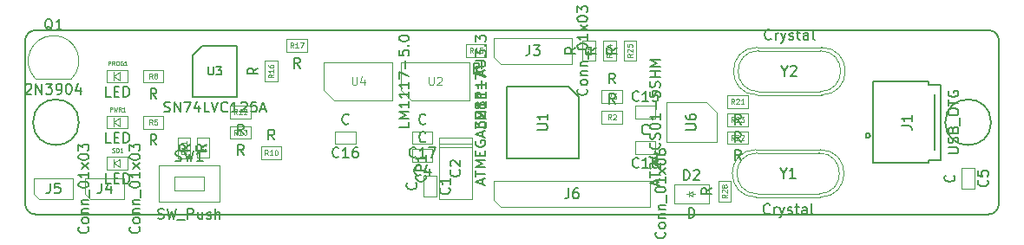
<source format=gbr>
%TF.GenerationSoftware,KiCad,Pcbnew,4.0.7*%
%TF.CreationDate,2018-01-21T21:44:22+02:00*%
%TF.ProjectId,OilMeteo_V2.0,4F696C4D6574656F5F56322E302E6B69,rev?*%
%TF.FileFunction,Other,Fab,Top*%
%FSLAX46Y46*%
G04 Gerber Fmt 4.6, Leading zero omitted, Abs format (unit mm)*
G04 Created by KiCad (PCBNEW 4.0.7) date 01/21/18 21:44:22*
%MOMM*%
%LPD*%
G01*
G04 APERTURE LIST*
%ADD10C,0.150000*%
%ADD11C,0.100000*%
%ADD12C,0.075000*%
%ADD13C,0.120000*%
G04 APERTURE END LIST*
D10*
X100000000Y-35000000D02*
X193000000Y-35000000D01*
X99000000Y-52000000D02*
X99000000Y-36000000D01*
X193000000Y-53000000D02*
X100000000Y-53000000D01*
X194000000Y-36000000D02*
X194000000Y-52000000D01*
X194000000Y-36000000D02*
G75*
G03X193000000Y-35000000I-1000000J0D01*
G01*
X193000000Y-53000000D02*
G75*
G03X194000000Y-52000000I0J1000000D01*
G01*
X99000000Y-52000000D02*
G75*
G03X100000000Y-53000000I1000000J0D01*
G01*
X100000000Y-35000000D02*
G75*
G03X99000000Y-36000000I0J-1000000D01*
G01*
X104236068Y-44000000D02*
G75*
G03X104236068Y-44000000I-2236068J0D01*
G01*
X193236068Y-44000000D02*
G75*
G03X193236068Y-44000000I-2236068J0D01*
G01*
D11*
X137880000Y-49250000D02*
X139120000Y-49250000D01*
X137880000Y-51250000D02*
X137880000Y-49250000D01*
X139120000Y-51250000D02*
X137880000Y-51250000D01*
X139120000Y-49250000D02*
X139120000Y-51250000D01*
X142600000Y-45500000D02*
X139400000Y-45500000D01*
X139400000Y-45500000D02*
X139400000Y-51500000D01*
X139400000Y-51500000D02*
X142600000Y-51500000D01*
X142600000Y-51500000D02*
X142600000Y-45500000D01*
X142600000Y-46100000D02*
X139400000Y-46100000D01*
X142600000Y-46400000D02*
X139400000Y-46400000D01*
X138750000Y-46630000D02*
X138750000Y-47870000D01*
X136750000Y-46630000D02*
X138750000Y-46630000D01*
X136750000Y-47870000D02*
X136750000Y-46630000D01*
X138750000Y-47870000D02*
X136750000Y-47870000D01*
X190380000Y-48500000D02*
X191620000Y-48500000D01*
X190380000Y-50500000D02*
X190380000Y-48500000D01*
X191620000Y-50500000D02*
X190380000Y-50500000D01*
X191620000Y-48500000D02*
X191620000Y-50500000D01*
X158500000Y-43620000D02*
X158500000Y-42380000D01*
X160500000Y-43620000D02*
X158500000Y-43620000D01*
X160500000Y-42380000D02*
X160500000Y-43620000D01*
X158500000Y-42380000D02*
X160500000Y-42380000D01*
X131250000Y-44880000D02*
X131250000Y-46120000D01*
X129250000Y-44880000D02*
X131250000Y-44880000D01*
X129250000Y-46120000D02*
X129250000Y-44880000D01*
X131250000Y-46120000D02*
X129250000Y-46120000D01*
X138750000Y-44880000D02*
X138750000Y-46120000D01*
X136750000Y-44880000D02*
X138750000Y-44880000D01*
X136750000Y-46120000D02*
X136750000Y-44880000D01*
X138750000Y-46120000D02*
X136750000Y-46120000D01*
X160500000Y-45880000D02*
X160500000Y-47120000D01*
X158500000Y-45880000D02*
X160500000Y-45880000D01*
X158500000Y-47120000D02*
X158500000Y-45880000D01*
X160500000Y-47120000D02*
X158500000Y-47120000D01*
X163746000Y-50746000D02*
X163746000Y-51254000D01*
X164127000Y-51000000D02*
X164381000Y-51000000D01*
X163746000Y-51000000D02*
X163492000Y-51000000D01*
X164127000Y-51254000D02*
X163746000Y-51000000D01*
X164127000Y-50746000D02*
X164127000Y-51254000D01*
X163746000Y-51000000D02*
X164127000Y-50746000D01*
X162300000Y-51950000D02*
X162300000Y-50050000D01*
X165700000Y-51950000D02*
X162300000Y-51950000D01*
X165700000Y-50050000D02*
X165700000Y-51950000D01*
X162300000Y-50050000D02*
X165700000Y-50050000D01*
D10*
X181750000Y-48000000D02*
X187150000Y-48000000D01*
X187150000Y-48000000D02*
X187150000Y-47700000D01*
X187150000Y-47700000D02*
X188350000Y-47700000D01*
X188350000Y-47700000D02*
X188350000Y-40300000D01*
X188350000Y-40300000D02*
X187150000Y-40300000D01*
X187150000Y-40300000D02*
X187150000Y-40000000D01*
X187150000Y-40000000D02*
X181750000Y-40000000D01*
X181750000Y-40000000D02*
X181750000Y-48000000D01*
X187750000Y-46700000D02*
X187750000Y-41300000D01*
X181275000Y-45075000D02*
X181450000Y-45300000D01*
X181450000Y-45300000D02*
X181275000Y-45525000D01*
X181275000Y-45525000D02*
X181050000Y-45525000D01*
X181050000Y-45525000D02*
X181050000Y-45075000D01*
X181050000Y-45075000D02*
X181275000Y-45075000D01*
D11*
X144730000Y-37635000D02*
X144730000Y-35730000D01*
X144730000Y-35730000D02*
X152350000Y-35730000D01*
X152350000Y-35730000D02*
X152350000Y-38270000D01*
X152350000Y-38270000D02*
X145365000Y-38270000D01*
X145365000Y-38270000D02*
X144730000Y-37635000D01*
X104865000Y-51025000D02*
X104865000Y-49450000D01*
X104865000Y-49450000D02*
X108675000Y-49450000D01*
X108675000Y-49450000D02*
X108675000Y-51550000D01*
X108675000Y-51550000D02*
X105390000Y-51550000D01*
X105390000Y-51550000D02*
X104865000Y-51025000D01*
X99865000Y-51025000D02*
X99865000Y-49450000D01*
X99865000Y-49450000D02*
X103675000Y-49450000D01*
X103675000Y-49450000D02*
X103675000Y-51550000D01*
X103675000Y-51550000D02*
X100390000Y-51550000D01*
X100390000Y-51550000D02*
X99865000Y-51025000D01*
X144730000Y-51635000D02*
X144730000Y-49730000D01*
X144730000Y-49730000D02*
X159970000Y-49730000D01*
X159970000Y-49730000D02*
X159970000Y-52270000D01*
X159970000Y-52270000D02*
X145365000Y-52270000D01*
X145365000Y-52270000D02*
X144730000Y-51635000D01*
X107600000Y-39100000D02*
X107600000Y-39900000D01*
X107600000Y-39500000D02*
X108200000Y-39100000D01*
X108200000Y-39900000D02*
X107600000Y-39500000D01*
X108200000Y-39100000D02*
X108200000Y-39900000D01*
X109000000Y-40100000D02*
X107000000Y-40100000D01*
X109000000Y-38900000D02*
X109000000Y-40100000D01*
X107000000Y-38900000D02*
X109000000Y-38900000D01*
X107000000Y-40100000D02*
X107000000Y-38900000D01*
X107600000Y-43600000D02*
X107600000Y-44400000D01*
X107600000Y-44000000D02*
X108200000Y-43600000D01*
X108200000Y-44400000D02*
X107600000Y-44000000D01*
X108200000Y-43600000D02*
X108200000Y-44400000D01*
X109000000Y-44600000D02*
X107000000Y-44600000D01*
X109000000Y-43400000D02*
X109000000Y-44600000D01*
X107000000Y-43400000D02*
X109000000Y-43400000D01*
X107000000Y-44600000D02*
X107000000Y-43400000D01*
X100000000Y-39750000D02*
X103500000Y-39750000D01*
X103523625Y-39753625D02*
G75*
G03X101770000Y-35520000I-1753625J1753625D01*
G01*
X100016375Y-39753625D02*
G75*
G02X101770000Y-35520000I1753625J1753625D01*
G01*
X115737400Y-45482000D02*
X116977400Y-45482000D01*
X115737400Y-47482000D02*
X115737400Y-45482000D01*
X116977400Y-47482000D02*
X115737400Y-47482000D01*
X116977400Y-45482000D02*
X116977400Y-47482000D01*
X157250000Y-42880000D02*
X157250000Y-44120000D01*
X155250000Y-42880000D02*
X157250000Y-42880000D01*
X155250000Y-44120000D02*
X155250000Y-42880000D01*
X157250000Y-44120000D02*
X155250000Y-44120000D01*
X157250000Y-40880000D02*
X157250000Y-42120000D01*
X155250000Y-40880000D02*
X157250000Y-40880000D01*
X155250000Y-42120000D02*
X155250000Y-40880000D01*
X157250000Y-42120000D02*
X155250000Y-42120000D01*
X110500000Y-44620000D02*
X110500000Y-43380000D01*
X112500000Y-44620000D02*
X110500000Y-44620000D01*
X112500000Y-43380000D02*
X112500000Y-44620000D01*
X110500000Y-43380000D02*
X112500000Y-43380000D01*
X153380000Y-36000000D02*
X154620000Y-36000000D01*
X153380000Y-38000000D02*
X153380000Y-36000000D01*
X154620000Y-38000000D02*
X153380000Y-38000000D01*
X154620000Y-36000000D02*
X154620000Y-38000000D01*
X110500000Y-40120000D02*
X110500000Y-38880000D01*
X112500000Y-40120000D02*
X110500000Y-40120000D01*
X112500000Y-38880000D02*
X112500000Y-40120000D01*
X110500000Y-38880000D02*
X112500000Y-38880000D01*
X124000000Y-46380000D02*
X124000000Y-47620000D01*
X122000000Y-46380000D02*
X124000000Y-46380000D01*
X122000000Y-47620000D02*
X122000000Y-46380000D01*
X124000000Y-47620000D02*
X122000000Y-47620000D01*
X115120000Y-47500000D02*
X113880000Y-47500000D01*
X115120000Y-45500000D02*
X115120000Y-47500000D01*
X113880000Y-45500000D02*
X115120000Y-45500000D01*
X113880000Y-47500000D02*
X113880000Y-45500000D01*
X119000000Y-43620000D02*
X119000000Y-42380000D01*
X121000000Y-43620000D02*
X119000000Y-43620000D01*
X121000000Y-42380000D02*
X121000000Y-43620000D01*
X119000000Y-42380000D02*
X121000000Y-42380000D01*
X119000000Y-45620000D02*
X119000000Y-44380000D01*
X121000000Y-45620000D02*
X119000000Y-45620000D01*
X121000000Y-44380000D02*
X121000000Y-45620000D01*
X119000000Y-44380000D02*
X121000000Y-44380000D01*
X142000000Y-37620000D02*
X142000000Y-36380000D01*
X144000000Y-37620000D02*
X142000000Y-37620000D01*
X144000000Y-36380000D02*
X144000000Y-37620000D01*
X142000000Y-36380000D02*
X144000000Y-36380000D01*
X122380000Y-38000000D02*
X123620000Y-38000000D01*
X122380000Y-40000000D02*
X122380000Y-38000000D01*
X123620000Y-40000000D02*
X122380000Y-40000000D01*
X123620000Y-38000000D02*
X123620000Y-40000000D01*
X124500000Y-37120000D02*
X124500000Y-35880000D01*
X126500000Y-37120000D02*
X124500000Y-37120000D01*
X126500000Y-35880000D02*
X126500000Y-37120000D01*
X124500000Y-35880000D02*
X126500000Y-35880000D01*
X167500000Y-42620000D02*
X167500000Y-41380000D01*
X169500000Y-42620000D02*
X167500000Y-42620000D01*
X169500000Y-41380000D02*
X169500000Y-42620000D01*
X167500000Y-41380000D02*
X169500000Y-41380000D01*
X167500000Y-46120000D02*
X167500000Y-44880000D01*
X169500000Y-46120000D02*
X167500000Y-46120000D01*
X169500000Y-44880000D02*
X169500000Y-46120000D01*
X167500000Y-44880000D02*
X169500000Y-44880000D01*
X167500000Y-44370000D02*
X167500000Y-43130000D01*
X169500000Y-44370000D02*
X167500000Y-44370000D01*
X169500000Y-43130000D02*
X169500000Y-44370000D01*
X167500000Y-43130000D02*
X169500000Y-43130000D01*
X155380000Y-36000000D02*
X156620000Y-36000000D01*
X155380000Y-38000000D02*
X155380000Y-36000000D01*
X156620000Y-38000000D02*
X155380000Y-38000000D01*
X156620000Y-36000000D02*
X156620000Y-38000000D01*
X157380000Y-36000000D02*
X158620000Y-36000000D01*
X157380000Y-38000000D02*
X157380000Y-36000000D01*
X158620000Y-38000000D02*
X157380000Y-38000000D01*
X158620000Y-36000000D02*
X158620000Y-38000000D01*
X166630000Y-49750000D02*
X167870000Y-49750000D01*
X166630000Y-51750000D02*
X166630000Y-49750000D01*
X167870000Y-51750000D02*
X166630000Y-51750000D01*
X167870000Y-49750000D02*
X167870000Y-51750000D01*
X107600000Y-47600000D02*
X107600000Y-48400000D01*
X107600000Y-48000000D02*
X108200000Y-47600000D01*
X108200000Y-48400000D02*
X107600000Y-48000000D01*
X108200000Y-47600000D02*
X108200000Y-48400000D01*
X109000000Y-48600000D02*
X107000000Y-48600000D01*
X109000000Y-47400000D02*
X109000000Y-48600000D01*
X107000000Y-47400000D02*
X109000000Y-47400000D01*
X107000000Y-48600000D02*
X107000000Y-47400000D01*
X118000000Y-48250000D02*
X118000000Y-51750000D01*
X118000000Y-51750000D02*
X112000000Y-51750000D01*
X112000000Y-51750000D02*
X112000000Y-48250000D01*
X112000000Y-48250000D02*
X118000000Y-48250000D01*
X113600000Y-49300000D02*
X116400000Y-49300000D01*
X116400000Y-49300000D02*
X116400000Y-50700000D01*
X116400000Y-50700000D02*
X113600000Y-50700000D01*
X113600000Y-50700000D02*
X113600000Y-49300000D01*
D10*
X153000000Y-41500000D02*
X153000000Y-47500000D01*
X153000000Y-47500000D02*
X146000000Y-47500000D01*
X146000000Y-47500000D02*
X146000000Y-40500000D01*
X146000000Y-40500000D02*
X152000000Y-40500000D01*
X152000000Y-40500000D02*
X153000000Y-41500000D01*
D11*
X136650000Y-41850000D02*
X135650000Y-40850000D01*
X136650000Y-41850000D02*
X142350000Y-41850000D01*
X135650000Y-40850000D02*
X135650000Y-38150000D01*
X142350000Y-41850000D02*
X142350000Y-38150000D01*
X135650000Y-38150000D02*
X142350000Y-38150000D01*
D10*
X116300000Y-36500000D02*
X119700000Y-36500000D01*
X119700000Y-36500000D02*
X119700000Y-41500000D01*
X119700000Y-41500000D02*
X115300000Y-41500000D01*
X115300000Y-41500000D02*
X115300000Y-37500000D01*
X115300000Y-37500000D02*
X116300000Y-36500000D01*
D11*
X129150000Y-41850000D02*
X128150000Y-40850000D01*
X129150000Y-41850000D02*
X134850000Y-41850000D01*
X128150000Y-40850000D02*
X128150000Y-38150000D01*
X134850000Y-41850000D02*
X134850000Y-38150000D01*
X128150000Y-38150000D02*
X134850000Y-38150000D01*
X166450000Y-43050000D02*
X166450000Y-45950000D01*
X166450000Y-45950000D02*
X161550000Y-45950000D01*
X161550000Y-45950000D02*
X161550000Y-42050000D01*
X161550000Y-42050000D02*
X165450000Y-42050000D01*
X165450000Y-42050000D02*
X166450000Y-43050000D01*
X170315000Y-46675000D02*
X176565000Y-46675000D01*
X170315000Y-51325000D02*
X176565000Y-51325000D01*
X170440000Y-47000000D02*
X176440000Y-47000000D01*
X170440000Y-51000000D02*
X176440000Y-51000000D01*
X170315000Y-51325000D02*
G75*
G02X170315000Y-46675000I0J2325000D01*
G01*
X176565000Y-51325000D02*
G75*
G03X176565000Y-46675000I0J2325000D01*
G01*
X170440000Y-51000000D02*
G75*
G02X170440000Y-47000000I0J2000000D01*
G01*
X176440000Y-51000000D02*
G75*
G03X176440000Y-47000000I0J2000000D01*
G01*
X176685000Y-41325000D02*
X170435000Y-41325000D01*
X176685000Y-36675000D02*
X170435000Y-36675000D01*
X176560000Y-41000000D02*
X170560000Y-41000000D01*
X176560000Y-37000000D02*
X170560000Y-37000000D01*
X176685000Y-36675000D02*
G75*
G02X176685000Y-41325000I0J-2325000D01*
G01*
X170435000Y-36675000D02*
G75*
G03X170435000Y-41325000I0J-2325000D01*
G01*
X176560000Y-37000000D02*
G75*
G02X176560000Y-41000000I0J-2000000D01*
G01*
X170560000Y-37000000D02*
G75*
G03X170560000Y-41000000I0J-2000000D01*
G01*
D10*
X137107143Y-49940476D02*
X137154762Y-49988095D01*
X137202381Y-50130952D01*
X137202381Y-50226190D01*
X137154762Y-50369048D01*
X137059524Y-50464286D01*
X136964286Y-50511905D01*
X136773810Y-50559524D01*
X136630952Y-50559524D01*
X136440476Y-50511905D01*
X136345238Y-50464286D01*
X136250000Y-50369048D01*
X136202381Y-50226190D01*
X136202381Y-50130952D01*
X136250000Y-49988095D01*
X136297619Y-49940476D01*
X140357143Y-50416666D02*
X140404762Y-50464285D01*
X140452381Y-50607142D01*
X140452381Y-50702380D01*
X140404762Y-50845238D01*
X140309524Y-50940476D01*
X140214286Y-50988095D01*
X140023810Y-51035714D01*
X139880952Y-51035714D01*
X139690476Y-50988095D01*
X139595238Y-50940476D01*
X139500000Y-50845238D01*
X139452381Y-50702380D01*
X139452381Y-50607142D01*
X139500000Y-50464285D01*
X139547619Y-50416666D01*
X140452381Y-49464285D02*
X140452381Y-50035714D01*
X140452381Y-49750000D02*
X139452381Y-49750000D01*
X139595238Y-49845238D01*
X139690476Y-49940476D01*
X139738095Y-50035714D01*
X138007143Y-49166666D02*
X138054762Y-49214285D01*
X138102381Y-49357142D01*
X138102381Y-49452380D01*
X138054762Y-49595238D01*
X137959524Y-49690476D01*
X137864286Y-49738095D01*
X137673810Y-49785714D01*
X137530952Y-49785714D01*
X137340476Y-49738095D01*
X137245238Y-49690476D01*
X137150000Y-49595238D01*
X137102381Y-49452380D01*
X137102381Y-49357142D01*
X137150000Y-49214285D01*
X137197619Y-49166666D01*
X138102381Y-48738095D02*
X137102381Y-48738095D01*
X137102381Y-48357142D01*
X137150000Y-48261904D01*
X137197619Y-48214285D01*
X137292857Y-48166666D01*
X137435714Y-48166666D01*
X137530952Y-48214285D01*
X137578571Y-48261904D01*
X137626190Y-48357142D01*
X137626190Y-48738095D01*
X138102381Y-47214285D02*
X138102381Y-47785714D01*
X138102381Y-47500000D02*
X137102381Y-47500000D01*
X137245238Y-47595238D01*
X137340476Y-47690476D01*
X137388095Y-47785714D01*
X141357143Y-48666666D02*
X141404762Y-48714285D01*
X141452381Y-48857142D01*
X141452381Y-48952380D01*
X141404762Y-49095238D01*
X141309524Y-49190476D01*
X141214286Y-49238095D01*
X141023810Y-49285714D01*
X140880952Y-49285714D01*
X140690476Y-49238095D01*
X140595238Y-49190476D01*
X140500000Y-49095238D01*
X140452381Y-48952380D01*
X140452381Y-48857142D01*
X140500000Y-48714285D01*
X140547619Y-48666666D01*
X140547619Y-48285714D02*
X140500000Y-48238095D01*
X140452381Y-48142857D01*
X140452381Y-47904761D01*
X140500000Y-47809523D01*
X140547619Y-47761904D01*
X140642857Y-47714285D01*
X140738095Y-47714285D01*
X140880952Y-47761904D01*
X141452381Y-48333333D01*
X141452381Y-47714285D01*
X138059524Y-45857143D02*
X138011905Y-45904762D01*
X137869048Y-45952381D01*
X137773810Y-45952381D01*
X137630952Y-45904762D01*
X137535714Y-45809524D01*
X137488095Y-45714286D01*
X137440476Y-45523810D01*
X137440476Y-45380952D01*
X137488095Y-45190476D01*
X137535714Y-45095238D01*
X137630952Y-45000000D01*
X137773810Y-44952381D01*
X137869048Y-44952381D01*
X138011905Y-45000000D01*
X138059524Y-45047619D01*
X137583334Y-49107143D02*
X137535715Y-49154762D01*
X137392858Y-49202381D01*
X137297620Y-49202381D01*
X137154762Y-49154762D01*
X137059524Y-49059524D01*
X137011905Y-48964286D01*
X136964286Y-48773810D01*
X136964286Y-48630952D01*
X137011905Y-48440476D01*
X137059524Y-48345238D01*
X137154762Y-48250000D01*
X137297620Y-48202381D01*
X137392858Y-48202381D01*
X137535715Y-48250000D01*
X137583334Y-48297619D01*
X138440477Y-48535714D02*
X138440477Y-49202381D01*
X138202381Y-48154762D02*
X137964286Y-48869048D01*
X138583334Y-48869048D01*
X189607143Y-49190476D02*
X189654762Y-49238095D01*
X189702381Y-49380952D01*
X189702381Y-49476190D01*
X189654762Y-49619048D01*
X189559524Y-49714286D01*
X189464286Y-49761905D01*
X189273810Y-49809524D01*
X189130952Y-49809524D01*
X188940476Y-49761905D01*
X188845238Y-49714286D01*
X188750000Y-49619048D01*
X188702381Y-49476190D01*
X188702381Y-49380952D01*
X188750000Y-49238095D01*
X188797619Y-49190476D01*
X192857143Y-49666666D02*
X192904762Y-49714285D01*
X192952381Y-49857142D01*
X192952381Y-49952380D01*
X192904762Y-50095238D01*
X192809524Y-50190476D01*
X192714286Y-50238095D01*
X192523810Y-50285714D01*
X192380952Y-50285714D01*
X192190476Y-50238095D01*
X192095238Y-50190476D01*
X192000000Y-50095238D01*
X191952381Y-49952380D01*
X191952381Y-49857142D01*
X192000000Y-49714285D01*
X192047619Y-49666666D01*
X191952381Y-48761904D02*
X191952381Y-49238095D01*
X192428571Y-49285714D01*
X192380952Y-49238095D01*
X192333333Y-49142857D01*
X192333333Y-48904761D01*
X192380952Y-48809523D01*
X192428571Y-48761904D01*
X192523810Y-48714285D01*
X192761905Y-48714285D01*
X192857143Y-48761904D01*
X192904762Y-48809523D01*
X192952381Y-48904761D01*
X192952381Y-49142857D01*
X192904762Y-49238095D01*
X192857143Y-49285714D01*
X159809524Y-45107143D02*
X159761905Y-45154762D01*
X159619048Y-45202381D01*
X159523810Y-45202381D01*
X159380952Y-45154762D01*
X159285714Y-45059524D01*
X159238095Y-44964286D01*
X159190476Y-44773810D01*
X159190476Y-44630952D01*
X159238095Y-44440476D01*
X159285714Y-44345238D01*
X159380952Y-44250000D01*
X159523810Y-44202381D01*
X159619048Y-44202381D01*
X159761905Y-44250000D01*
X159809524Y-44297619D01*
X158857143Y-41857143D02*
X158809524Y-41904762D01*
X158666667Y-41952381D01*
X158571429Y-41952381D01*
X158428571Y-41904762D01*
X158333333Y-41809524D01*
X158285714Y-41714286D01*
X158238095Y-41523810D01*
X158238095Y-41380952D01*
X158285714Y-41190476D01*
X158333333Y-41095238D01*
X158428571Y-41000000D01*
X158571429Y-40952381D01*
X158666667Y-40952381D01*
X158809524Y-41000000D01*
X158857143Y-41047619D01*
X159809524Y-41952381D02*
X159238095Y-41952381D01*
X159523809Y-41952381D02*
X159523809Y-40952381D01*
X159428571Y-41095238D01*
X159333333Y-41190476D01*
X159238095Y-41238095D01*
X160714286Y-40952381D02*
X160238095Y-40952381D01*
X160190476Y-41428571D01*
X160238095Y-41380952D01*
X160333333Y-41333333D01*
X160571429Y-41333333D01*
X160666667Y-41380952D01*
X160714286Y-41428571D01*
X160761905Y-41523810D01*
X160761905Y-41761905D01*
X160714286Y-41857143D01*
X160666667Y-41904762D01*
X160571429Y-41952381D01*
X160333333Y-41952381D01*
X160238095Y-41904762D01*
X160190476Y-41857143D01*
X130559524Y-44107143D02*
X130511905Y-44154762D01*
X130369048Y-44202381D01*
X130273810Y-44202381D01*
X130130952Y-44154762D01*
X130035714Y-44059524D01*
X129988095Y-43964286D01*
X129940476Y-43773810D01*
X129940476Y-43630952D01*
X129988095Y-43440476D01*
X130035714Y-43345238D01*
X130130952Y-43250000D01*
X130273810Y-43202381D01*
X130369048Y-43202381D01*
X130511905Y-43250000D01*
X130559524Y-43297619D01*
X129607143Y-47357143D02*
X129559524Y-47404762D01*
X129416667Y-47452381D01*
X129321429Y-47452381D01*
X129178571Y-47404762D01*
X129083333Y-47309524D01*
X129035714Y-47214286D01*
X128988095Y-47023810D01*
X128988095Y-46880952D01*
X129035714Y-46690476D01*
X129083333Y-46595238D01*
X129178571Y-46500000D01*
X129321429Y-46452381D01*
X129416667Y-46452381D01*
X129559524Y-46500000D01*
X129607143Y-46547619D01*
X130559524Y-47452381D02*
X129988095Y-47452381D01*
X130273809Y-47452381D02*
X130273809Y-46452381D01*
X130178571Y-46595238D01*
X130083333Y-46690476D01*
X129988095Y-46738095D01*
X131416667Y-46452381D02*
X131226190Y-46452381D01*
X131130952Y-46500000D01*
X131083333Y-46547619D01*
X130988095Y-46690476D01*
X130940476Y-46880952D01*
X130940476Y-47261905D01*
X130988095Y-47357143D01*
X131035714Y-47404762D01*
X131130952Y-47452381D01*
X131321429Y-47452381D01*
X131416667Y-47404762D01*
X131464286Y-47357143D01*
X131511905Y-47261905D01*
X131511905Y-47023810D01*
X131464286Y-46928571D01*
X131416667Y-46880952D01*
X131321429Y-46833333D01*
X131130952Y-46833333D01*
X131035714Y-46880952D01*
X130988095Y-46928571D01*
X130940476Y-47023810D01*
X138059524Y-44107143D02*
X138011905Y-44154762D01*
X137869048Y-44202381D01*
X137773810Y-44202381D01*
X137630952Y-44154762D01*
X137535714Y-44059524D01*
X137488095Y-43964286D01*
X137440476Y-43773810D01*
X137440476Y-43630952D01*
X137488095Y-43440476D01*
X137535714Y-43345238D01*
X137630952Y-43250000D01*
X137773810Y-43202381D01*
X137869048Y-43202381D01*
X138011905Y-43250000D01*
X138059524Y-43297619D01*
X137107143Y-47357143D02*
X137059524Y-47404762D01*
X136916667Y-47452381D01*
X136821429Y-47452381D01*
X136678571Y-47404762D01*
X136583333Y-47309524D01*
X136535714Y-47214286D01*
X136488095Y-47023810D01*
X136488095Y-46880952D01*
X136535714Y-46690476D01*
X136583333Y-46595238D01*
X136678571Y-46500000D01*
X136821429Y-46452381D01*
X136916667Y-46452381D01*
X137059524Y-46500000D01*
X137107143Y-46547619D01*
X138059524Y-47452381D02*
X137488095Y-47452381D01*
X137773809Y-47452381D02*
X137773809Y-46452381D01*
X137678571Y-46595238D01*
X137583333Y-46690476D01*
X137488095Y-46738095D01*
X138392857Y-46452381D02*
X139059524Y-46452381D01*
X138630952Y-47452381D01*
X159809524Y-45107143D02*
X159761905Y-45154762D01*
X159619048Y-45202381D01*
X159523810Y-45202381D01*
X159380952Y-45154762D01*
X159285714Y-45059524D01*
X159238095Y-44964286D01*
X159190476Y-44773810D01*
X159190476Y-44630952D01*
X159238095Y-44440476D01*
X159285714Y-44345238D01*
X159380952Y-44250000D01*
X159523810Y-44202381D01*
X159619048Y-44202381D01*
X159761905Y-44250000D01*
X159809524Y-44297619D01*
X158857143Y-48357143D02*
X158809524Y-48404762D01*
X158666667Y-48452381D01*
X158571429Y-48452381D01*
X158428571Y-48404762D01*
X158333333Y-48309524D01*
X158285714Y-48214286D01*
X158238095Y-48023810D01*
X158238095Y-47880952D01*
X158285714Y-47690476D01*
X158333333Y-47595238D01*
X158428571Y-47500000D01*
X158571429Y-47452381D01*
X158666667Y-47452381D01*
X158809524Y-47500000D01*
X158857143Y-47547619D01*
X159809524Y-48452381D02*
X159238095Y-48452381D01*
X159523809Y-48452381D02*
X159523809Y-47452381D01*
X159428571Y-47595238D01*
X159333333Y-47690476D01*
X159238095Y-47738095D01*
X160380952Y-47880952D02*
X160285714Y-47833333D01*
X160238095Y-47785714D01*
X160190476Y-47690476D01*
X160190476Y-47642857D01*
X160238095Y-47547619D01*
X160285714Y-47500000D01*
X160380952Y-47452381D01*
X160571429Y-47452381D01*
X160666667Y-47500000D01*
X160714286Y-47547619D01*
X160761905Y-47642857D01*
X160761905Y-47690476D01*
X160714286Y-47785714D01*
X160666667Y-47833333D01*
X160571429Y-47880952D01*
X160380952Y-47880952D01*
X160285714Y-47928571D01*
X160238095Y-47976190D01*
X160190476Y-48071429D01*
X160190476Y-48261905D01*
X160238095Y-48357143D01*
X160285714Y-48404762D01*
X160380952Y-48452381D01*
X160571429Y-48452381D01*
X160666667Y-48404762D01*
X160714286Y-48357143D01*
X160761905Y-48261905D01*
X160761905Y-48071429D01*
X160714286Y-47976190D01*
X160666667Y-47928571D01*
X160571429Y-47880952D01*
X163738095Y-53352381D02*
X163738095Y-52352381D01*
X163976190Y-52352381D01*
X164119048Y-52400000D01*
X164214286Y-52495238D01*
X164261905Y-52590476D01*
X164309524Y-52780952D01*
X164309524Y-52923810D01*
X164261905Y-53114286D01*
X164214286Y-53209524D01*
X164119048Y-53304762D01*
X163976190Y-53352381D01*
X163738095Y-53352381D01*
X163261905Y-49652381D02*
X163261905Y-48652381D01*
X163500000Y-48652381D01*
X163642858Y-48700000D01*
X163738096Y-48795238D01*
X163785715Y-48890476D01*
X163833334Y-49080952D01*
X163833334Y-49223810D01*
X163785715Y-49414286D01*
X163738096Y-49509524D01*
X163642858Y-49604762D01*
X163500000Y-49652381D01*
X163261905Y-49652381D01*
X164214286Y-48747619D02*
X164261905Y-48700000D01*
X164357143Y-48652381D01*
X164595239Y-48652381D01*
X164690477Y-48700000D01*
X164738096Y-48747619D01*
X164785715Y-48842857D01*
X164785715Y-48938095D01*
X164738096Y-49080952D01*
X164166667Y-49652381D01*
X164785715Y-49652381D01*
X189052381Y-47047619D02*
X189861905Y-47047619D01*
X189957143Y-47000000D01*
X190004762Y-46952381D01*
X190052381Y-46857143D01*
X190052381Y-46666666D01*
X190004762Y-46571428D01*
X189957143Y-46523809D01*
X189861905Y-46476190D01*
X189052381Y-46476190D01*
X190004762Y-46047619D02*
X190052381Y-45904762D01*
X190052381Y-45666666D01*
X190004762Y-45571428D01*
X189957143Y-45523809D01*
X189861905Y-45476190D01*
X189766667Y-45476190D01*
X189671429Y-45523809D01*
X189623810Y-45571428D01*
X189576190Y-45666666D01*
X189528571Y-45857143D01*
X189480952Y-45952381D01*
X189433333Y-46000000D01*
X189338095Y-46047619D01*
X189242857Y-46047619D01*
X189147619Y-46000000D01*
X189100000Y-45952381D01*
X189052381Y-45857143D01*
X189052381Y-45619047D01*
X189100000Y-45476190D01*
X189528571Y-44714285D02*
X189576190Y-44571428D01*
X189623810Y-44523809D01*
X189719048Y-44476190D01*
X189861905Y-44476190D01*
X189957143Y-44523809D01*
X190004762Y-44571428D01*
X190052381Y-44666666D01*
X190052381Y-45047619D01*
X189052381Y-45047619D01*
X189052381Y-44714285D01*
X189100000Y-44619047D01*
X189147619Y-44571428D01*
X189242857Y-44523809D01*
X189338095Y-44523809D01*
X189433333Y-44571428D01*
X189480952Y-44619047D01*
X189528571Y-44714285D01*
X189528571Y-45047619D01*
X190147619Y-44285714D02*
X190147619Y-43523809D01*
X189052381Y-43095238D02*
X189052381Y-42904761D01*
X189100000Y-42809523D01*
X189195238Y-42714285D01*
X189385714Y-42666666D01*
X189719048Y-42666666D01*
X189909524Y-42714285D01*
X190004762Y-42809523D01*
X190052381Y-42904761D01*
X190052381Y-43095238D01*
X190004762Y-43190476D01*
X189909524Y-43285714D01*
X189719048Y-43333333D01*
X189385714Y-43333333D01*
X189195238Y-43285714D01*
X189100000Y-43190476D01*
X189052381Y-43095238D01*
X189052381Y-42380952D02*
X189052381Y-41809523D01*
X190052381Y-42095238D02*
X189052381Y-42095238D01*
X189100000Y-40952380D02*
X189052381Y-41047618D01*
X189052381Y-41190475D01*
X189100000Y-41333333D01*
X189195238Y-41428571D01*
X189290476Y-41476190D01*
X189480952Y-41523809D01*
X189623810Y-41523809D01*
X189814286Y-41476190D01*
X189909524Y-41428571D01*
X190004762Y-41333333D01*
X190052381Y-41190475D01*
X190052381Y-41095237D01*
X190004762Y-40952380D01*
X189957143Y-40904761D01*
X189623810Y-40904761D01*
X189623810Y-41095237D01*
X184502381Y-44333333D02*
X185216667Y-44333333D01*
X185359524Y-44380953D01*
X185454762Y-44476191D01*
X185502381Y-44619048D01*
X185502381Y-44714286D01*
X185502381Y-43333333D02*
X185502381Y-43904762D01*
X185502381Y-43619048D02*
X184502381Y-43619048D01*
X184645238Y-43714286D01*
X184740476Y-43809524D01*
X184788095Y-43904762D01*
X153767143Y-40738095D02*
X153814762Y-40785714D01*
X153862381Y-40928571D01*
X153862381Y-41023809D01*
X153814762Y-41166667D01*
X153719524Y-41261905D01*
X153624286Y-41309524D01*
X153433810Y-41357143D01*
X153290952Y-41357143D01*
X153100476Y-41309524D01*
X153005238Y-41261905D01*
X152910000Y-41166667D01*
X152862381Y-41023809D01*
X152862381Y-40928571D01*
X152910000Y-40785714D01*
X152957619Y-40738095D01*
X153862381Y-40166667D02*
X153814762Y-40261905D01*
X153767143Y-40309524D01*
X153671905Y-40357143D01*
X153386190Y-40357143D01*
X153290952Y-40309524D01*
X153243333Y-40261905D01*
X153195714Y-40166667D01*
X153195714Y-40023809D01*
X153243333Y-39928571D01*
X153290952Y-39880952D01*
X153386190Y-39833333D01*
X153671905Y-39833333D01*
X153767143Y-39880952D01*
X153814762Y-39928571D01*
X153862381Y-40023809D01*
X153862381Y-40166667D01*
X153195714Y-39404762D02*
X153862381Y-39404762D01*
X153290952Y-39404762D02*
X153243333Y-39357143D01*
X153195714Y-39261905D01*
X153195714Y-39119047D01*
X153243333Y-39023809D01*
X153338571Y-38976190D01*
X153862381Y-38976190D01*
X153195714Y-38500000D02*
X153862381Y-38500000D01*
X153290952Y-38500000D02*
X153243333Y-38452381D01*
X153195714Y-38357143D01*
X153195714Y-38214285D01*
X153243333Y-38119047D01*
X153338571Y-38071428D01*
X153862381Y-38071428D01*
X153957619Y-37833333D02*
X153957619Y-37071428D01*
X152862381Y-36642857D02*
X152862381Y-36547618D01*
X152910000Y-36452380D01*
X152957619Y-36404761D01*
X153052857Y-36357142D01*
X153243333Y-36309523D01*
X153481429Y-36309523D01*
X153671905Y-36357142D01*
X153767143Y-36404761D01*
X153814762Y-36452380D01*
X153862381Y-36547618D01*
X153862381Y-36642857D01*
X153814762Y-36738095D01*
X153767143Y-36785714D01*
X153671905Y-36833333D01*
X153481429Y-36880952D01*
X153243333Y-36880952D01*
X153052857Y-36833333D01*
X152957619Y-36785714D01*
X152910000Y-36738095D01*
X152862381Y-36642857D01*
X153862381Y-35357142D02*
X153862381Y-35928571D01*
X153862381Y-35642857D02*
X152862381Y-35642857D01*
X153005238Y-35738095D01*
X153100476Y-35833333D01*
X153148095Y-35928571D01*
X153862381Y-35023809D02*
X153195714Y-34499999D01*
X153195714Y-35023809D02*
X153862381Y-34499999D01*
X152862381Y-33928571D02*
X152862381Y-33833332D01*
X152910000Y-33738094D01*
X152957619Y-33690475D01*
X153052857Y-33642856D01*
X153243333Y-33595237D01*
X153481429Y-33595237D01*
X153671905Y-33642856D01*
X153767143Y-33690475D01*
X153814762Y-33738094D01*
X153862381Y-33833332D01*
X153862381Y-33928571D01*
X153814762Y-34023809D01*
X153767143Y-34071428D01*
X153671905Y-34119047D01*
X153481429Y-34166666D01*
X153243333Y-34166666D01*
X153052857Y-34119047D01*
X152957619Y-34071428D01*
X152910000Y-34023809D01*
X152862381Y-33928571D01*
X152862381Y-33261904D02*
X152862381Y-32642856D01*
X153243333Y-32976190D01*
X153243333Y-32833332D01*
X153290952Y-32738094D01*
X153338571Y-32690475D01*
X153433810Y-32642856D01*
X153671905Y-32642856D01*
X153767143Y-32690475D01*
X153814762Y-32738094D01*
X153862381Y-32833332D01*
X153862381Y-33119047D01*
X153814762Y-33214285D01*
X153767143Y-33261904D01*
X148206667Y-36452381D02*
X148206667Y-37166667D01*
X148159047Y-37309524D01*
X148063809Y-37404762D01*
X147920952Y-37452381D01*
X147825714Y-37452381D01*
X148587619Y-36452381D02*
X149206667Y-36452381D01*
X148873333Y-36833333D01*
X149016191Y-36833333D01*
X149111429Y-36880952D01*
X149159048Y-36928571D01*
X149206667Y-37023810D01*
X149206667Y-37261905D01*
X149159048Y-37357143D01*
X149111429Y-37404762D01*
X149016191Y-37452381D01*
X148730476Y-37452381D01*
X148635238Y-37404762D01*
X148587619Y-37357143D01*
X110092143Y-54238095D02*
X110139762Y-54285714D01*
X110187381Y-54428571D01*
X110187381Y-54523809D01*
X110139762Y-54666667D01*
X110044524Y-54761905D01*
X109949286Y-54809524D01*
X109758810Y-54857143D01*
X109615952Y-54857143D01*
X109425476Y-54809524D01*
X109330238Y-54761905D01*
X109235000Y-54666667D01*
X109187381Y-54523809D01*
X109187381Y-54428571D01*
X109235000Y-54285714D01*
X109282619Y-54238095D01*
X110187381Y-53666667D02*
X110139762Y-53761905D01*
X110092143Y-53809524D01*
X109996905Y-53857143D01*
X109711190Y-53857143D01*
X109615952Y-53809524D01*
X109568333Y-53761905D01*
X109520714Y-53666667D01*
X109520714Y-53523809D01*
X109568333Y-53428571D01*
X109615952Y-53380952D01*
X109711190Y-53333333D01*
X109996905Y-53333333D01*
X110092143Y-53380952D01*
X110139762Y-53428571D01*
X110187381Y-53523809D01*
X110187381Y-53666667D01*
X109520714Y-52904762D02*
X110187381Y-52904762D01*
X109615952Y-52904762D02*
X109568333Y-52857143D01*
X109520714Y-52761905D01*
X109520714Y-52619047D01*
X109568333Y-52523809D01*
X109663571Y-52476190D01*
X110187381Y-52476190D01*
X109520714Y-52000000D02*
X110187381Y-52000000D01*
X109615952Y-52000000D02*
X109568333Y-51952381D01*
X109520714Y-51857143D01*
X109520714Y-51714285D01*
X109568333Y-51619047D01*
X109663571Y-51571428D01*
X110187381Y-51571428D01*
X110282619Y-51333333D02*
X110282619Y-50571428D01*
X109187381Y-50142857D02*
X109187381Y-50047618D01*
X109235000Y-49952380D01*
X109282619Y-49904761D01*
X109377857Y-49857142D01*
X109568333Y-49809523D01*
X109806429Y-49809523D01*
X109996905Y-49857142D01*
X110092143Y-49904761D01*
X110139762Y-49952380D01*
X110187381Y-50047618D01*
X110187381Y-50142857D01*
X110139762Y-50238095D01*
X110092143Y-50285714D01*
X109996905Y-50333333D01*
X109806429Y-50380952D01*
X109568333Y-50380952D01*
X109377857Y-50333333D01*
X109282619Y-50285714D01*
X109235000Y-50238095D01*
X109187381Y-50142857D01*
X110187381Y-48857142D02*
X110187381Y-49428571D01*
X110187381Y-49142857D02*
X109187381Y-49142857D01*
X109330238Y-49238095D01*
X109425476Y-49333333D01*
X109473095Y-49428571D01*
X110187381Y-48523809D02*
X109520714Y-47999999D01*
X109520714Y-48523809D02*
X110187381Y-47999999D01*
X109187381Y-47428571D02*
X109187381Y-47333332D01*
X109235000Y-47238094D01*
X109282619Y-47190475D01*
X109377857Y-47142856D01*
X109568333Y-47095237D01*
X109806429Y-47095237D01*
X109996905Y-47142856D01*
X110092143Y-47190475D01*
X110139762Y-47238094D01*
X110187381Y-47333332D01*
X110187381Y-47428571D01*
X110139762Y-47523809D01*
X110092143Y-47571428D01*
X109996905Y-47619047D01*
X109806429Y-47666666D01*
X109568333Y-47666666D01*
X109377857Y-47619047D01*
X109282619Y-47571428D01*
X109235000Y-47523809D01*
X109187381Y-47428571D01*
X109187381Y-46761904D02*
X109187381Y-46142856D01*
X109568333Y-46476190D01*
X109568333Y-46333332D01*
X109615952Y-46238094D01*
X109663571Y-46190475D01*
X109758810Y-46142856D01*
X109996905Y-46142856D01*
X110092143Y-46190475D01*
X110139762Y-46238094D01*
X110187381Y-46333332D01*
X110187381Y-46619047D01*
X110139762Y-46714285D01*
X110092143Y-46761904D01*
X106436667Y-49952381D02*
X106436667Y-50666667D01*
X106389047Y-50809524D01*
X106293809Y-50904762D01*
X106150952Y-50952381D01*
X106055714Y-50952381D01*
X107341429Y-50285714D02*
X107341429Y-50952381D01*
X107103333Y-49904762D02*
X106865238Y-50619048D01*
X107484286Y-50619048D01*
X105092143Y-54238095D02*
X105139762Y-54285714D01*
X105187381Y-54428571D01*
X105187381Y-54523809D01*
X105139762Y-54666667D01*
X105044524Y-54761905D01*
X104949286Y-54809524D01*
X104758810Y-54857143D01*
X104615952Y-54857143D01*
X104425476Y-54809524D01*
X104330238Y-54761905D01*
X104235000Y-54666667D01*
X104187381Y-54523809D01*
X104187381Y-54428571D01*
X104235000Y-54285714D01*
X104282619Y-54238095D01*
X105187381Y-53666667D02*
X105139762Y-53761905D01*
X105092143Y-53809524D01*
X104996905Y-53857143D01*
X104711190Y-53857143D01*
X104615952Y-53809524D01*
X104568333Y-53761905D01*
X104520714Y-53666667D01*
X104520714Y-53523809D01*
X104568333Y-53428571D01*
X104615952Y-53380952D01*
X104711190Y-53333333D01*
X104996905Y-53333333D01*
X105092143Y-53380952D01*
X105139762Y-53428571D01*
X105187381Y-53523809D01*
X105187381Y-53666667D01*
X104520714Y-52904762D02*
X105187381Y-52904762D01*
X104615952Y-52904762D02*
X104568333Y-52857143D01*
X104520714Y-52761905D01*
X104520714Y-52619047D01*
X104568333Y-52523809D01*
X104663571Y-52476190D01*
X105187381Y-52476190D01*
X104520714Y-52000000D02*
X105187381Y-52000000D01*
X104615952Y-52000000D02*
X104568333Y-51952381D01*
X104520714Y-51857143D01*
X104520714Y-51714285D01*
X104568333Y-51619047D01*
X104663571Y-51571428D01*
X105187381Y-51571428D01*
X105282619Y-51333333D02*
X105282619Y-50571428D01*
X104187381Y-50142857D02*
X104187381Y-50047618D01*
X104235000Y-49952380D01*
X104282619Y-49904761D01*
X104377857Y-49857142D01*
X104568333Y-49809523D01*
X104806429Y-49809523D01*
X104996905Y-49857142D01*
X105092143Y-49904761D01*
X105139762Y-49952380D01*
X105187381Y-50047618D01*
X105187381Y-50142857D01*
X105139762Y-50238095D01*
X105092143Y-50285714D01*
X104996905Y-50333333D01*
X104806429Y-50380952D01*
X104568333Y-50380952D01*
X104377857Y-50333333D01*
X104282619Y-50285714D01*
X104235000Y-50238095D01*
X104187381Y-50142857D01*
X105187381Y-48857142D02*
X105187381Y-49428571D01*
X105187381Y-49142857D02*
X104187381Y-49142857D01*
X104330238Y-49238095D01*
X104425476Y-49333333D01*
X104473095Y-49428571D01*
X105187381Y-48523809D02*
X104520714Y-47999999D01*
X104520714Y-48523809D02*
X105187381Y-47999999D01*
X104187381Y-47428571D02*
X104187381Y-47333332D01*
X104235000Y-47238094D01*
X104282619Y-47190475D01*
X104377857Y-47142856D01*
X104568333Y-47095237D01*
X104806429Y-47095237D01*
X104996905Y-47142856D01*
X105092143Y-47190475D01*
X105139762Y-47238094D01*
X105187381Y-47333332D01*
X105187381Y-47428571D01*
X105139762Y-47523809D01*
X105092143Y-47571428D01*
X104996905Y-47619047D01*
X104806429Y-47666666D01*
X104568333Y-47666666D01*
X104377857Y-47619047D01*
X104282619Y-47571428D01*
X104235000Y-47523809D01*
X104187381Y-47428571D01*
X104187381Y-46761904D02*
X104187381Y-46142856D01*
X104568333Y-46476190D01*
X104568333Y-46333332D01*
X104615952Y-46238094D01*
X104663571Y-46190475D01*
X104758810Y-46142856D01*
X104996905Y-46142856D01*
X105092143Y-46190475D01*
X105139762Y-46238094D01*
X105187381Y-46333332D01*
X105187381Y-46619047D01*
X105139762Y-46714285D01*
X105092143Y-46761904D01*
X101436667Y-49952381D02*
X101436667Y-50666667D01*
X101389047Y-50809524D01*
X101293809Y-50904762D01*
X101150952Y-50952381D01*
X101055714Y-50952381D01*
X102389048Y-49952381D02*
X101912857Y-49952381D01*
X101865238Y-50428571D01*
X101912857Y-50380952D01*
X102008095Y-50333333D01*
X102246191Y-50333333D01*
X102341429Y-50380952D01*
X102389048Y-50428571D01*
X102436667Y-50523810D01*
X102436667Y-50761905D01*
X102389048Y-50857143D01*
X102341429Y-50904762D01*
X102246191Y-50952381D01*
X102008095Y-50952381D01*
X101912857Y-50904762D01*
X101865238Y-50857143D01*
X161387143Y-54738095D02*
X161434762Y-54785714D01*
X161482381Y-54928571D01*
X161482381Y-55023809D01*
X161434762Y-55166667D01*
X161339524Y-55261905D01*
X161244286Y-55309524D01*
X161053810Y-55357143D01*
X160910952Y-55357143D01*
X160720476Y-55309524D01*
X160625238Y-55261905D01*
X160530000Y-55166667D01*
X160482381Y-55023809D01*
X160482381Y-54928571D01*
X160530000Y-54785714D01*
X160577619Y-54738095D01*
X161482381Y-54166667D02*
X161434762Y-54261905D01*
X161387143Y-54309524D01*
X161291905Y-54357143D01*
X161006190Y-54357143D01*
X160910952Y-54309524D01*
X160863333Y-54261905D01*
X160815714Y-54166667D01*
X160815714Y-54023809D01*
X160863333Y-53928571D01*
X160910952Y-53880952D01*
X161006190Y-53833333D01*
X161291905Y-53833333D01*
X161387143Y-53880952D01*
X161434762Y-53928571D01*
X161482381Y-54023809D01*
X161482381Y-54166667D01*
X160815714Y-53404762D02*
X161482381Y-53404762D01*
X160910952Y-53404762D02*
X160863333Y-53357143D01*
X160815714Y-53261905D01*
X160815714Y-53119047D01*
X160863333Y-53023809D01*
X160958571Y-52976190D01*
X161482381Y-52976190D01*
X160815714Y-52500000D02*
X161482381Y-52500000D01*
X160910952Y-52500000D02*
X160863333Y-52452381D01*
X160815714Y-52357143D01*
X160815714Y-52214285D01*
X160863333Y-52119047D01*
X160958571Y-52071428D01*
X161482381Y-52071428D01*
X161577619Y-51833333D02*
X161577619Y-51071428D01*
X160482381Y-50642857D02*
X160482381Y-50547618D01*
X160530000Y-50452380D01*
X160577619Y-50404761D01*
X160672857Y-50357142D01*
X160863333Y-50309523D01*
X161101429Y-50309523D01*
X161291905Y-50357142D01*
X161387143Y-50404761D01*
X161434762Y-50452380D01*
X161482381Y-50547618D01*
X161482381Y-50642857D01*
X161434762Y-50738095D01*
X161387143Y-50785714D01*
X161291905Y-50833333D01*
X161101429Y-50880952D01*
X160863333Y-50880952D01*
X160672857Y-50833333D01*
X160577619Y-50785714D01*
X160530000Y-50738095D01*
X160482381Y-50642857D01*
X161482381Y-49357142D02*
X161482381Y-49928571D01*
X161482381Y-49642857D02*
X160482381Y-49642857D01*
X160625238Y-49738095D01*
X160720476Y-49833333D01*
X160768095Y-49928571D01*
X161482381Y-49023809D02*
X160815714Y-48499999D01*
X160815714Y-49023809D02*
X161482381Y-48499999D01*
X160482381Y-47928571D02*
X160482381Y-47833332D01*
X160530000Y-47738094D01*
X160577619Y-47690475D01*
X160672857Y-47642856D01*
X160863333Y-47595237D01*
X161101429Y-47595237D01*
X161291905Y-47642856D01*
X161387143Y-47690475D01*
X161434762Y-47738094D01*
X161482381Y-47833332D01*
X161482381Y-47928571D01*
X161434762Y-48023809D01*
X161387143Y-48071428D01*
X161291905Y-48119047D01*
X161101429Y-48166666D01*
X160863333Y-48166666D01*
X160672857Y-48119047D01*
X160577619Y-48071428D01*
X160530000Y-48023809D01*
X160482381Y-47928571D01*
X160482381Y-46738094D02*
X160482381Y-46928571D01*
X160530000Y-47023809D01*
X160577619Y-47071428D01*
X160720476Y-47166666D01*
X160910952Y-47214285D01*
X161291905Y-47214285D01*
X161387143Y-47166666D01*
X161434762Y-47119047D01*
X161482381Y-47023809D01*
X161482381Y-46833332D01*
X161434762Y-46738094D01*
X161387143Y-46690475D01*
X161291905Y-46642856D01*
X161053810Y-46642856D01*
X160958571Y-46690475D01*
X160910952Y-46738094D01*
X160863333Y-46833332D01*
X160863333Y-47023809D01*
X160910952Y-47119047D01*
X160958571Y-47166666D01*
X161053810Y-47214285D01*
X152016667Y-50452381D02*
X152016667Y-51166667D01*
X151969047Y-51309524D01*
X151873809Y-51404762D01*
X151730952Y-51452381D01*
X151635714Y-51452381D01*
X152921429Y-50452381D02*
X152730952Y-50452381D01*
X152635714Y-50500000D01*
X152588095Y-50547619D01*
X152492857Y-50690476D01*
X152445238Y-50880952D01*
X152445238Y-51261905D01*
X152492857Y-51357143D01*
X152540476Y-51404762D01*
X152635714Y-51452381D01*
X152826191Y-51452381D01*
X152921429Y-51404762D01*
X152969048Y-51357143D01*
X153016667Y-51261905D01*
X153016667Y-51023810D01*
X152969048Y-50928571D01*
X152921429Y-50880952D01*
X152826191Y-50833333D01*
X152635714Y-50833333D01*
X152540476Y-50880952D01*
X152492857Y-50928571D01*
X152445238Y-51023810D01*
X107357143Y-41502381D02*
X106880952Y-41502381D01*
X106880952Y-40502381D01*
X107690476Y-40978571D02*
X108023810Y-40978571D01*
X108166667Y-41502381D02*
X107690476Y-41502381D01*
X107690476Y-40502381D01*
X108166667Y-40502381D01*
X108595238Y-41502381D02*
X108595238Y-40502381D01*
X108833333Y-40502381D01*
X108976191Y-40550000D01*
X109071429Y-40645238D01*
X109119048Y-40740476D01*
X109166667Y-40930952D01*
X109166667Y-41073810D01*
X109119048Y-41264286D01*
X109071429Y-41359524D01*
X108976191Y-41454762D01*
X108833333Y-41502381D01*
X108595238Y-41502381D01*
D11*
X107095238Y-38430952D02*
X107095238Y-38030952D01*
X107247619Y-38030952D01*
X107285714Y-38050000D01*
X107304762Y-38069048D01*
X107323810Y-38107143D01*
X107323810Y-38164286D01*
X107304762Y-38202381D01*
X107285714Y-38221429D01*
X107247619Y-38240476D01*
X107095238Y-38240476D01*
X107723810Y-38430952D02*
X107590476Y-38240476D01*
X107495238Y-38430952D02*
X107495238Y-38030952D01*
X107647619Y-38030952D01*
X107685714Y-38050000D01*
X107704762Y-38069048D01*
X107723810Y-38107143D01*
X107723810Y-38164286D01*
X107704762Y-38202381D01*
X107685714Y-38221429D01*
X107647619Y-38240476D01*
X107495238Y-38240476D01*
X107971429Y-38030952D02*
X108047619Y-38030952D01*
X108085714Y-38050000D01*
X108123810Y-38088095D01*
X108142857Y-38164286D01*
X108142857Y-38297619D01*
X108123810Y-38373810D01*
X108085714Y-38411905D01*
X108047619Y-38430952D01*
X107971429Y-38430952D01*
X107933333Y-38411905D01*
X107895238Y-38373810D01*
X107876190Y-38297619D01*
X107876190Y-38164286D01*
X107895238Y-38088095D01*
X107933333Y-38050000D01*
X107971429Y-38030952D01*
X108523810Y-38050000D02*
X108485715Y-38030952D01*
X108428572Y-38030952D01*
X108371429Y-38050000D01*
X108333334Y-38088095D01*
X108314286Y-38126190D01*
X108295238Y-38202381D01*
X108295238Y-38259524D01*
X108314286Y-38335714D01*
X108333334Y-38373810D01*
X108371429Y-38411905D01*
X108428572Y-38430952D01*
X108466667Y-38430952D01*
X108523810Y-38411905D01*
X108542858Y-38392857D01*
X108542858Y-38259524D01*
X108466667Y-38259524D01*
X108923810Y-38430952D02*
X108695238Y-38430952D01*
X108809524Y-38430952D02*
X108809524Y-38030952D01*
X108771429Y-38088095D01*
X108733334Y-38126190D01*
X108695238Y-38145238D01*
D10*
X107357143Y-46002381D02*
X106880952Y-46002381D01*
X106880952Y-45002381D01*
X107690476Y-45478571D02*
X108023810Y-45478571D01*
X108166667Y-46002381D02*
X107690476Y-46002381D01*
X107690476Y-45002381D01*
X108166667Y-45002381D01*
X108595238Y-46002381D02*
X108595238Y-45002381D01*
X108833333Y-45002381D01*
X108976191Y-45050000D01*
X109071429Y-45145238D01*
X109119048Y-45240476D01*
X109166667Y-45430952D01*
X109166667Y-45573810D01*
X109119048Y-45764286D01*
X109071429Y-45859524D01*
X108976191Y-45954762D01*
X108833333Y-46002381D01*
X108595238Y-46002381D01*
D11*
X107276191Y-42930952D02*
X107276191Y-42530952D01*
X107428572Y-42530952D01*
X107466667Y-42550000D01*
X107485715Y-42569048D01*
X107504763Y-42607143D01*
X107504763Y-42664286D01*
X107485715Y-42702381D01*
X107466667Y-42721429D01*
X107428572Y-42740476D01*
X107276191Y-42740476D01*
X107638096Y-42530952D02*
X107733334Y-42930952D01*
X107809524Y-42645238D01*
X107885715Y-42930952D01*
X107980953Y-42530952D01*
X108361906Y-42930952D02*
X108228572Y-42740476D01*
X108133334Y-42930952D02*
X108133334Y-42530952D01*
X108285715Y-42530952D01*
X108323810Y-42550000D01*
X108342858Y-42569048D01*
X108361906Y-42607143D01*
X108361906Y-42664286D01*
X108342858Y-42702381D01*
X108323810Y-42721429D01*
X108285715Y-42740476D01*
X108133334Y-42740476D01*
X108742858Y-42930952D02*
X108514286Y-42930952D01*
X108628572Y-42930952D02*
X108628572Y-42530952D01*
X108590477Y-42588095D01*
X108552382Y-42626190D01*
X108514286Y-42645238D01*
D10*
X99055714Y-40337619D02*
X99103333Y-40290000D01*
X99198571Y-40242381D01*
X99436667Y-40242381D01*
X99531905Y-40290000D01*
X99579524Y-40337619D01*
X99627143Y-40432857D01*
X99627143Y-40528095D01*
X99579524Y-40670952D01*
X99008095Y-41242381D01*
X99627143Y-41242381D01*
X100055714Y-41242381D02*
X100055714Y-40242381D01*
X100627143Y-41242381D01*
X100627143Y-40242381D01*
X101008095Y-40242381D02*
X101627143Y-40242381D01*
X101293809Y-40623333D01*
X101436667Y-40623333D01*
X101531905Y-40670952D01*
X101579524Y-40718571D01*
X101627143Y-40813810D01*
X101627143Y-41051905D01*
X101579524Y-41147143D01*
X101531905Y-41194762D01*
X101436667Y-41242381D01*
X101150952Y-41242381D01*
X101055714Y-41194762D01*
X101008095Y-41147143D01*
X102103333Y-41242381D02*
X102293809Y-41242381D01*
X102389048Y-41194762D01*
X102436667Y-41147143D01*
X102531905Y-41004286D01*
X102579524Y-40813810D01*
X102579524Y-40432857D01*
X102531905Y-40337619D01*
X102484286Y-40290000D01*
X102389048Y-40242381D01*
X102198571Y-40242381D01*
X102103333Y-40290000D01*
X102055714Y-40337619D01*
X102008095Y-40432857D01*
X102008095Y-40670952D01*
X102055714Y-40766190D01*
X102103333Y-40813810D01*
X102198571Y-40861429D01*
X102389048Y-40861429D01*
X102484286Y-40813810D01*
X102531905Y-40766190D01*
X102579524Y-40670952D01*
X103198571Y-40242381D02*
X103293810Y-40242381D01*
X103389048Y-40290000D01*
X103436667Y-40337619D01*
X103484286Y-40432857D01*
X103531905Y-40623333D01*
X103531905Y-40861429D01*
X103484286Y-41051905D01*
X103436667Y-41147143D01*
X103389048Y-41194762D01*
X103293810Y-41242381D01*
X103198571Y-41242381D01*
X103103333Y-41194762D01*
X103055714Y-41147143D01*
X103008095Y-41051905D01*
X102960476Y-40861429D01*
X102960476Y-40623333D01*
X103008095Y-40432857D01*
X103055714Y-40337619D01*
X103103333Y-40290000D01*
X103198571Y-40242381D01*
X104389048Y-40575714D02*
X104389048Y-41242381D01*
X104150952Y-40194762D02*
X103912857Y-40909048D01*
X104531905Y-40909048D01*
X101674762Y-34987619D02*
X101579524Y-34940000D01*
X101484286Y-34844762D01*
X101341429Y-34701905D01*
X101246190Y-34654286D01*
X101150952Y-34654286D01*
X101198571Y-34892381D02*
X101103333Y-34844762D01*
X101008095Y-34749524D01*
X100960476Y-34559048D01*
X100960476Y-34225714D01*
X101008095Y-34035238D01*
X101103333Y-33940000D01*
X101198571Y-33892381D01*
X101389048Y-33892381D01*
X101484286Y-33940000D01*
X101579524Y-34035238D01*
X101627143Y-34225714D01*
X101627143Y-34559048D01*
X101579524Y-34749524D01*
X101484286Y-34844762D01*
X101389048Y-34892381D01*
X101198571Y-34892381D01*
X102579524Y-34892381D02*
X102008095Y-34892381D01*
X102293809Y-34892381D02*
X102293809Y-33892381D01*
X102198571Y-34035238D01*
X102103333Y-34130476D01*
X102008095Y-34178095D01*
X115059781Y-46172476D02*
X114583590Y-46505810D01*
X115059781Y-46743905D02*
X114059781Y-46743905D01*
X114059781Y-46362952D01*
X114107400Y-46267714D01*
X114155019Y-46220095D01*
X114250257Y-46172476D01*
X114393114Y-46172476D01*
X114488352Y-46220095D01*
X114535971Y-46267714D01*
X114583590Y-46362952D01*
X114583590Y-46743905D01*
D12*
X116583590Y-46565333D02*
X116345495Y-46732000D01*
X116583590Y-46851047D02*
X116083590Y-46851047D01*
X116083590Y-46660571D01*
X116107400Y-46612952D01*
X116131210Y-46589143D01*
X116178829Y-46565333D01*
X116250257Y-46565333D01*
X116297876Y-46589143D01*
X116321686Y-46612952D01*
X116345495Y-46660571D01*
X116345495Y-46851047D01*
X116583590Y-46089143D02*
X116583590Y-46374857D01*
X116583590Y-46232000D02*
X116083590Y-46232000D01*
X116155019Y-46279619D01*
X116202638Y-46327238D01*
X116226448Y-46374857D01*
D10*
X156559524Y-42202381D02*
X156226190Y-41726190D01*
X155988095Y-42202381D02*
X155988095Y-41202381D01*
X156369048Y-41202381D01*
X156464286Y-41250000D01*
X156511905Y-41297619D01*
X156559524Y-41392857D01*
X156559524Y-41535714D01*
X156511905Y-41630952D01*
X156464286Y-41678571D01*
X156369048Y-41726190D01*
X155988095Y-41726190D01*
D12*
X156166667Y-43726190D02*
X156000000Y-43488095D01*
X155880953Y-43726190D02*
X155880953Y-43226190D01*
X156071429Y-43226190D01*
X156119048Y-43250000D01*
X156142857Y-43273810D01*
X156166667Y-43321429D01*
X156166667Y-43392857D01*
X156142857Y-43440476D01*
X156119048Y-43464286D01*
X156071429Y-43488095D01*
X155880953Y-43488095D01*
X156357143Y-43273810D02*
X156380953Y-43250000D01*
X156428572Y-43226190D01*
X156547619Y-43226190D01*
X156595238Y-43250000D01*
X156619048Y-43273810D01*
X156642857Y-43321429D01*
X156642857Y-43369048D01*
X156619048Y-43440476D01*
X156333334Y-43726190D01*
X156642857Y-43726190D01*
D10*
X156559524Y-40202381D02*
X156226190Y-39726190D01*
X155988095Y-40202381D02*
X155988095Y-39202381D01*
X156369048Y-39202381D01*
X156464286Y-39250000D01*
X156511905Y-39297619D01*
X156559524Y-39392857D01*
X156559524Y-39535714D01*
X156511905Y-39630952D01*
X156464286Y-39678571D01*
X156369048Y-39726190D01*
X155988095Y-39726190D01*
D12*
X156166667Y-41726190D02*
X156000000Y-41488095D01*
X155880953Y-41726190D02*
X155880953Y-41226190D01*
X156071429Y-41226190D01*
X156119048Y-41250000D01*
X156142857Y-41273810D01*
X156166667Y-41321429D01*
X156166667Y-41392857D01*
X156142857Y-41440476D01*
X156119048Y-41464286D01*
X156071429Y-41488095D01*
X155880953Y-41488095D01*
X156333334Y-41226190D02*
X156642857Y-41226190D01*
X156476191Y-41416667D01*
X156547619Y-41416667D01*
X156595238Y-41440476D01*
X156619048Y-41464286D01*
X156642857Y-41511905D01*
X156642857Y-41630952D01*
X156619048Y-41678571D01*
X156595238Y-41702381D01*
X156547619Y-41726190D01*
X156404762Y-41726190D01*
X156357143Y-41702381D01*
X156333334Y-41678571D01*
D10*
X111809524Y-46202381D02*
X111476190Y-45726190D01*
X111238095Y-46202381D02*
X111238095Y-45202381D01*
X111619048Y-45202381D01*
X111714286Y-45250000D01*
X111761905Y-45297619D01*
X111809524Y-45392857D01*
X111809524Y-45535714D01*
X111761905Y-45630952D01*
X111714286Y-45678571D01*
X111619048Y-45726190D01*
X111238095Y-45726190D01*
D12*
X111416667Y-44226190D02*
X111250000Y-43988095D01*
X111130953Y-44226190D02*
X111130953Y-43726190D01*
X111321429Y-43726190D01*
X111369048Y-43750000D01*
X111392857Y-43773810D01*
X111416667Y-43821429D01*
X111416667Y-43892857D01*
X111392857Y-43940476D01*
X111369048Y-43964286D01*
X111321429Y-43988095D01*
X111130953Y-43988095D01*
X111869048Y-43726190D02*
X111630953Y-43726190D01*
X111607143Y-43964286D01*
X111630953Y-43940476D01*
X111678572Y-43916667D01*
X111797619Y-43916667D01*
X111845238Y-43940476D01*
X111869048Y-43964286D01*
X111892857Y-44011905D01*
X111892857Y-44130952D01*
X111869048Y-44178571D01*
X111845238Y-44202381D01*
X111797619Y-44226190D01*
X111678572Y-44226190D01*
X111630953Y-44202381D01*
X111607143Y-44178571D01*
D10*
X152702381Y-36690476D02*
X152226190Y-37023810D01*
X152702381Y-37261905D02*
X151702381Y-37261905D01*
X151702381Y-36880952D01*
X151750000Y-36785714D01*
X151797619Y-36738095D01*
X151892857Y-36690476D01*
X152035714Y-36690476D01*
X152130952Y-36738095D01*
X152178571Y-36785714D01*
X152226190Y-36880952D01*
X152226190Y-37261905D01*
D12*
X154226190Y-37083333D02*
X153988095Y-37250000D01*
X154226190Y-37369047D02*
X153726190Y-37369047D01*
X153726190Y-37178571D01*
X153750000Y-37130952D01*
X153773810Y-37107143D01*
X153821429Y-37083333D01*
X153892857Y-37083333D01*
X153940476Y-37107143D01*
X153964286Y-37130952D01*
X153988095Y-37178571D01*
X153988095Y-37369047D01*
X153726190Y-36654762D02*
X153726190Y-36750000D01*
X153750000Y-36797619D01*
X153773810Y-36821428D01*
X153845238Y-36869047D01*
X153940476Y-36892857D01*
X154130952Y-36892857D01*
X154178571Y-36869047D01*
X154202381Y-36845238D01*
X154226190Y-36797619D01*
X154226190Y-36702381D01*
X154202381Y-36654762D01*
X154178571Y-36630952D01*
X154130952Y-36607143D01*
X154011905Y-36607143D01*
X153964286Y-36630952D01*
X153940476Y-36654762D01*
X153916667Y-36702381D01*
X153916667Y-36797619D01*
X153940476Y-36845238D01*
X153964286Y-36869047D01*
X154011905Y-36892857D01*
D10*
X111809524Y-41702381D02*
X111476190Y-41226190D01*
X111238095Y-41702381D02*
X111238095Y-40702381D01*
X111619048Y-40702381D01*
X111714286Y-40750000D01*
X111761905Y-40797619D01*
X111809524Y-40892857D01*
X111809524Y-41035714D01*
X111761905Y-41130952D01*
X111714286Y-41178571D01*
X111619048Y-41226190D01*
X111238095Y-41226190D01*
D12*
X111416667Y-39726190D02*
X111250000Y-39488095D01*
X111130953Y-39726190D02*
X111130953Y-39226190D01*
X111321429Y-39226190D01*
X111369048Y-39250000D01*
X111392857Y-39273810D01*
X111416667Y-39321429D01*
X111416667Y-39392857D01*
X111392857Y-39440476D01*
X111369048Y-39464286D01*
X111321429Y-39488095D01*
X111130953Y-39488095D01*
X111702381Y-39440476D02*
X111654762Y-39416667D01*
X111630953Y-39392857D01*
X111607143Y-39345238D01*
X111607143Y-39321429D01*
X111630953Y-39273810D01*
X111654762Y-39250000D01*
X111702381Y-39226190D01*
X111797619Y-39226190D01*
X111845238Y-39250000D01*
X111869048Y-39273810D01*
X111892857Y-39321429D01*
X111892857Y-39345238D01*
X111869048Y-39392857D01*
X111845238Y-39416667D01*
X111797619Y-39440476D01*
X111702381Y-39440476D01*
X111654762Y-39464286D01*
X111630953Y-39488095D01*
X111607143Y-39535714D01*
X111607143Y-39630952D01*
X111630953Y-39678571D01*
X111654762Y-39702381D01*
X111702381Y-39726190D01*
X111797619Y-39726190D01*
X111845238Y-39702381D01*
X111869048Y-39678571D01*
X111892857Y-39630952D01*
X111892857Y-39535714D01*
X111869048Y-39488095D01*
X111845238Y-39464286D01*
X111797619Y-39440476D01*
D10*
X123309524Y-45702381D02*
X122976190Y-45226190D01*
X122738095Y-45702381D02*
X122738095Y-44702381D01*
X123119048Y-44702381D01*
X123214286Y-44750000D01*
X123261905Y-44797619D01*
X123309524Y-44892857D01*
X123309524Y-45035714D01*
X123261905Y-45130952D01*
X123214286Y-45178571D01*
X123119048Y-45226190D01*
X122738095Y-45226190D01*
D12*
X122678572Y-47226190D02*
X122511905Y-46988095D01*
X122392858Y-47226190D02*
X122392858Y-46726190D01*
X122583334Y-46726190D01*
X122630953Y-46750000D01*
X122654762Y-46773810D01*
X122678572Y-46821429D01*
X122678572Y-46892857D01*
X122654762Y-46940476D01*
X122630953Y-46964286D01*
X122583334Y-46988095D01*
X122392858Y-46988095D01*
X123154762Y-47226190D02*
X122869048Y-47226190D01*
X123011905Y-47226190D02*
X123011905Y-46726190D01*
X122964286Y-46797619D01*
X122916667Y-46845238D01*
X122869048Y-46869048D01*
X123464286Y-46726190D02*
X123511905Y-46726190D01*
X123559524Y-46750000D01*
X123583333Y-46773810D01*
X123607143Y-46821429D01*
X123630952Y-46916667D01*
X123630952Y-47035714D01*
X123607143Y-47130952D01*
X123583333Y-47178571D01*
X123559524Y-47202381D01*
X123511905Y-47226190D01*
X123464286Y-47226190D01*
X123416667Y-47202381D01*
X123392857Y-47178571D01*
X123369048Y-47130952D01*
X123345238Y-47035714D01*
X123345238Y-46916667D01*
X123369048Y-46821429D01*
X123392857Y-46773810D01*
X123416667Y-46750000D01*
X123464286Y-46726190D01*
D10*
X116702381Y-46190476D02*
X116226190Y-46523810D01*
X116702381Y-46761905D02*
X115702381Y-46761905D01*
X115702381Y-46380952D01*
X115750000Y-46285714D01*
X115797619Y-46238095D01*
X115892857Y-46190476D01*
X116035714Y-46190476D01*
X116130952Y-46238095D01*
X116178571Y-46285714D01*
X116226190Y-46380952D01*
X116226190Y-46761905D01*
D12*
X114726190Y-46821428D02*
X114488095Y-46988095D01*
X114726190Y-47107142D02*
X114226190Y-47107142D01*
X114226190Y-46916666D01*
X114250000Y-46869047D01*
X114273810Y-46845238D01*
X114321429Y-46821428D01*
X114392857Y-46821428D01*
X114440476Y-46845238D01*
X114464286Y-46869047D01*
X114488095Y-46916666D01*
X114488095Y-47107142D01*
X114726190Y-46345238D02*
X114726190Y-46630952D01*
X114726190Y-46488095D02*
X114226190Y-46488095D01*
X114297619Y-46535714D01*
X114345238Y-46583333D01*
X114369048Y-46630952D01*
X114726190Y-45869048D02*
X114726190Y-46154762D01*
X114726190Y-46011905D02*
X114226190Y-46011905D01*
X114297619Y-46059524D01*
X114345238Y-46107143D01*
X114369048Y-46154762D01*
D10*
X120309524Y-45202381D02*
X119976190Y-44726190D01*
X119738095Y-45202381D02*
X119738095Y-44202381D01*
X120119048Y-44202381D01*
X120214286Y-44250000D01*
X120261905Y-44297619D01*
X120309524Y-44392857D01*
X120309524Y-44535714D01*
X120261905Y-44630952D01*
X120214286Y-44678571D01*
X120119048Y-44726190D01*
X119738095Y-44726190D01*
D12*
X119678572Y-43226190D02*
X119511905Y-42988095D01*
X119392858Y-43226190D02*
X119392858Y-42726190D01*
X119583334Y-42726190D01*
X119630953Y-42750000D01*
X119654762Y-42773810D01*
X119678572Y-42821429D01*
X119678572Y-42892857D01*
X119654762Y-42940476D01*
X119630953Y-42964286D01*
X119583334Y-42988095D01*
X119392858Y-42988095D01*
X120154762Y-43226190D02*
X119869048Y-43226190D01*
X120011905Y-43226190D02*
X120011905Y-42726190D01*
X119964286Y-42797619D01*
X119916667Y-42845238D01*
X119869048Y-42869048D01*
X120345238Y-42773810D02*
X120369048Y-42750000D01*
X120416667Y-42726190D01*
X120535714Y-42726190D01*
X120583333Y-42750000D01*
X120607143Y-42773810D01*
X120630952Y-42821429D01*
X120630952Y-42869048D01*
X120607143Y-42940476D01*
X120321429Y-43226190D01*
X120630952Y-43226190D01*
D10*
X120309524Y-47202381D02*
X119976190Y-46726190D01*
X119738095Y-47202381D02*
X119738095Y-46202381D01*
X120119048Y-46202381D01*
X120214286Y-46250000D01*
X120261905Y-46297619D01*
X120309524Y-46392857D01*
X120309524Y-46535714D01*
X120261905Y-46630952D01*
X120214286Y-46678571D01*
X120119048Y-46726190D01*
X119738095Y-46726190D01*
D12*
X119678572Y-45226190D02*
X119511905Y-44988095D01*
X119392858Y-45226190D02*
X119392858Y-44726190D01*
X119583334Y-44726190D01*
X119630953Y-44750000D01*
X119654762Y-44773810D01*
X119678572Y-44821429D01*
X119678572Y-44892857D01*
X119654762Y-44940476D01*
X119630953Y-44964286D01*
X119583334Y-44988095D01*
X119392858Y-44988095D01*
X120154762Y-45226190D02*
X119869048Y-45226190D01*
X120011905Y-45226190D02*
X120011905Y-44726190D01*
X119964286Y-44797619D01*
X119916667Y-44845238D01*
X119869048Y-44869048D01*
X120321429Y-44726190D02*
X120630952Y-44726190D01*
X120464286Y-44916667D01*
X120535714Y-44916667D01*
X120583333Y-44940476D01*
X120607143Y-44964286D01*
X120630952Y-45011905D01*
X120630952Y-45130952D01*
X120607143Y-45178571D01*
X120583333Y-45202381D01*
X120535714Y-45226190D01*
X120392857Y-45226190D01*
X120345238Y-45202381D01*
X120321429Y-45178571D01*
D10*
X143309524Y-39202381D02*
X142976190Y-38726190D01*
X142738095Y-39202381D02*
X142738095Y-38202381D01*
X143119048Y-38202381D01*
X143214286Y-38250000D01*
X143261905Y-38297619D01*
X143309524Y-38392857D01*
X143309524Y-38535714D01*
X143261905Y-38630952D01*
X143214286Y-38678571D01*
X143119048Y-38726190D01*
X142738095Y-38726190D01*
D12*
X142678572Y-37226190D02*
X142511905Y-36988095D01*
X142392858Y-37226190D02*
X142392858Y-36726190D01*
X142583334Y-36726190D01*
X142630953Y-36750000D01*
X142654762Y-36773810D01*
X142678572Y-36821429D01*
X142678572Y-36892857D01*
X142654762Y-36940476D01*
X142630953Y-36964286D01*
X142583334Y-36988095D01*
X142392858Y-36988095D01*
X143154762Y-37226190D02*
X142869048Y-37226190D01*
X143011905Y-37226190D02*
X143011905Y-36726190D01*
X142964286Y-36797619D01*
X142916667Y-36845238D01*
X142869048Y-36869048D01*
X143607143Y-36726190D02*
X143369048Y-36726190D01*
X143345238Y-36964286D01*
X143369048Y-36940476D01*
X143416667Y-36916667D01*
X143535714Y-36916667D01*
X143583333Y-36940476D01*
X143607143Y-36964286D01*
X143630952Y-37011905D01*
X143630952Y-37130952D01*
X143607143Y-37178571D01*
X143583333Y-37202381D01*
X143535714Y-37226190D01*
X143416667Y-37226190D01*
X143369048Y-37202381D01*
X143345238Y-37178571D01*
D10*
X121702381Y-38690476D02*
X121226190Y-39023810D01*
X121702381Y-39261905D02*
X120702381Y-39261905D01*
X120702381Y-38880952D01*
X120750000Y-38785714D01*
X120797619Y-38738095D01*
X120892857Y-38690476D01*
X121035714Y-38690476D01*
X121130952Y-38738095D01*
X121178571Y-38785714D01*
X121226190Y-38880952D01*
X121226190Y-39261905D01*
D12*
X123226190Y-39321428D02*
X122988095Y-39488095D01*
X123226190Y-39607142D02*
X122726190Y-39607142D01*
X122726190Y-39416666D01*
X122750000Y-39369047D01*
X122773810Y-39345238D01*
X122821429Y-39321428D01*
X122892857Y-39321428D01*
X122940476Y-39345238D01*
X122964286Y-39369047D01*
X122988095Y-39416666D01*
X122988095Y-39607142D01*
X123226190Y-38845238D02*
X123226190Y-39130952D01*
X123226190Y-38988095D02*
X122726190Y-38988095D01*
X122797619Y-39035714D01*
X122845238Y-39083333D01*
X122869048Y-39130952D01*
X122726190Y-38416667D02*
X122726190Y-38511905D01*
X122750000Y-38559524D01*
X122773810Y-38583333D01*
X122845238Y-38630952D01*
X122940476Y-38654762D01*
X123130952Y-38654762D01*
X123178571Y-38630952D01*
X123202381Y-38607143D01*
X123226190Y-38559524D01*
X123226190Y-38464286D01*
X123202381Y-38416667D01*
X123178571Y-38392857D01*
X123130952Y-38369048D01*
X123011905Y-38369048D01*
X122964286Y-38392857D01*
X122940476Y-38416667D01*
X122916667Y-38464286D01*
X122916667Y-38559524D01*
X122940476Y-38607143D01*
X122964286Y-38630952D01*
X123011905Y-38654762D01*
D10*
X125809524Y-38702381D02*
X125476190Y-38226190D01*
X125238095Y-38702381D02*
X125238095Y-37702381D01*
X125619048Y-37702381D01*
X125714286Y-37750000D01*
X125761905Y-37797619D01*
X125809524Y-37892857D01*
X125809524Y-38035714D01*
X125761905Y-38130952D01*
X125714286Y-38178571D01*
X125619048Y-38226190D01*
X125238095Y-38226190D01*
D12*
X125178572Y-36726190D02*
X125011905Y-36488095D01*
X124892858Y-36726190D02*
X124892858Y-36226190D01*
X125083334Y-36226190D01*
X125130953Y-36250000D01*
X125154762Y-36273810D01*
X125178572Y-36321429D01*
X125178572Y-36392857D01*
X125154762Y-36440476D01*
X125130953Y-36464286D01*
X125083334Y-36488095D01*
X124892858Y-36488095D01*
X125654762Y-36726190D02*
X125369048Y-36726190D01*
X125511905Y-36726190D02*
X125511905Y-36226190D01*
X125464286Y-36297619D01*
X125416667Y-36345238D01*
X125369048Y-36369048D01*
X125821429Y-36226190D02*
X126154762Y-36226190D01*
X125940476Y-36726190D01*
D10*
X168809524Y-44202381D02*
X168476190Y-43726190D01*
X168238095Y-44202381D02*
X168238095Y-43202381D01*
X168619048Y-43202381D01*
X168714286Y-43250000D01*
X168761905Y-43297619D01*
X168809524Y-43392857D01*
X168809524Y-43535714D01*
X168761905Y-43630952D01*
X168714286Y-43678571D01*
X168619048Y-43726190D01*
X168238095Y-43726190D01*
D12*
X168178572Y-42226190D02*
X168011905Y-41988095D01*
X167892858Y-42226190D02*
X167892858Y-41726190D01*
X168083334Y-41726190D01*
X168130953Y-41750000D01*
X168154762Y-41773810D01*
X168178572Y-41821429D01*
X168178572Y-41892857D01*
X168154762Y-41940476D01*
X168130953Y-41964286D01*
X168083334Y-41988095D01*
X167892858Y-41988095D01*
X168369048Y-41773810D02*
X168392858Y-41750000D01*
X168440477Y-41726190D01*
X168559524Y-41726190D01*
X168607143Y-41750000D01*
X168630953Y-41773810D01*
X168654762Y-41821429D01*
X168654762Y-41869048D01*
X168630953Y-41940476D01*
X168345239Y-42226190D01*
X168654762Y-42226190D01*
X169130952Y-42226190D02*
X168845238Y-42226190D01*
X168988095Y-42226190D02*
X168988095Y-41726190D01*
X168940476Y-41797619D01*
X168892857Y-41845238D01*
X168845238Y-41869048D01*
D10*
X168809524Y-47702381D02*
X168476190Y-47226190D01*
X168238095Y-47702381D02*
X168238095Y-46702381D01*
X168619048Y-46702381D01*
X168714286Y-46750000D01*
X168761905Y-46797619D01*
X168809524Y-46892857D01*
X168809524Y-47035714D01*
X168761905Y-47130952D01*
X168714286Y-47178571D01*
X168619048Y-47226190D01*
X168238095Y-47226190D01*
D12*
X168178572Y-45726190D02*
X168011905Y-45488095D01*
X167892858Y-45726190D02*
X167892858Y-45226190D01*
X168083334Y-45226190D01*
X168130953Y-45250000D01*
X168154762Y-45273810D01*
X168178572Y-45321429D01*
X168178572Y-45392857D01*
X168154762Y-45440476D01*
X168130953Y-45464286D01*
X168083334Y-45488095D01*
X167892858Y-45488095D01*
X168369048Y-45273810D02*
X168392858Y-45250000D01*
X168440477Y-45226190D01*
X168559524Y-45226190D01*
X168607143Y-45250000D01*
X168630953Y-45273810D01*
X168654762Y-45321429D01*
X168654762Y-45369048D01*
X168630953Y-45440476D01*
X168345239Y-45726190D01*
X168654762Y-45726190D01*
X168845238Y-45273810D02*
X168869048Y-45250000D01*
X168916667Y-45226190D01*
X169035714Y-45226190D01*
X169083333Y-45250000D01*
X169107143Y-45273810D01*
X169130952Y-45321429D01*
X169130952Y-45369048D01*
X169107143Y-45440476D01*
X168821429Y-45726190D01*
X169130952Y-45726190D01*
D10*
X168809524Y-45952381D02*
X168476190Y-45476190D01*
X168238095Y-45952381D02*
X168238095Y-44952381D01*
X168619048Y-44952381D01*
X168714286Y-45000000D01*
X168761905Y-45047619D01*
X168809524Y-45142857D01*
X168809524Y-45285714D01*
X168761905Y-45380952D01*
X168714286Y-45428571D01*
X168619048Y-45476190D01*
X168238095Y-45476190D01*
D12*
X168178572Y-43976190D02*
X168011905Y-43738095D01*
X167892858Y-43976190D02*
X167892858Y-43476190D01*
X168083334Y-43476190D01*
X168130953Y-43500000D01*
X168154762Y-43523810D01*
X168178572Y-43571429D01*
X168178572Y-43642857D01*
X168154762Y-43690476D01*
X168130953Y-43714286D01*
X168083334Y-43738095D01*
X167892858Y-43738095D01*
X168369048Y-43523810D02*
X168392858Y-43500000D01*
X168440477Y-43476190D01*
X168559524Y-43476190D01*
X168607143Y-43500000D01*
X168630953Y-43523810D01*
X168654762Y-43571429D01*
X168654762Y-43619048D01*
X168630953Y-43690476D01*
X168345239Y-43976190D01*
X168654762Y-43976190D01*
X168821429Y-43476190D02*
X169130952Y-43476190D01*
X168964286Y-43666667D01*
X169035714Y-43666667D01*
X169083333Y-43690476D01*
X169107143Y-43714286D01*
X169130952Y-43761905D01*
X169130952Y-43880952D01*
X169107143Y-43928571D01*
X169083333Y-43952381D01*
X169035714Y-43976190D01*
X168892857Y-43976190D01*
X168845238Y-43952381D01*
X168821429Y-43928571D01*
D10*
X154702381Y-36690476D02*
X154226190Y-37023810D01*
X154702381Y-37261905D02*
X153702381Y-37261905D01*
X153702381Y-36880952D01*
X153750000Y-36785714D01*
X153797619Y-36738095D01*
X153892857Y-36690476D01*
X154035714Y-36690476D01*
X154130952Y-36738095D01*
X154178571Y-36785714D01*
X154226190Y-36880952D01*
X154226190Y-37261905D01*
D12*
X156226190Y-37321428D02*
X155988095Y-37488095D01*
X156226190Y-37607142D02*
X155726190Y-37607142D01*
X155726190Y-37416666D01*
X155750000Y-37369047D01*
X155773810Y-37345238D01*
X155821429Y-37321428D01*
X155892857Y-37321428D01*
X155940476Y-37345238D01*
X155964286Y-37369047D01*
X155988095Y-37416666D01*
X155988095Y-37607142D01*
X155773810Y-37130952D02*
X155750000Y-37107142D01*
X155726190Y-37059523D01*
X155726190Y-36940476D01*
X155750000Y-36892857D01*
X155773810Y-36869047D01*
X155821429Y-36845238D01*
X155869048Y-36845238D01*
X155940476Y-36869047D01*
X156226190Y-37154761D01*
X156226190Y-36845238D01*
X155892857Y-36416667D02*
X156226190Y-36416667D01*
X155702381Y-36535714D02*
X156059524Y-36654762D01*
X156059524Y-36345238D01*
D10*
X156702381Y-36690476D02*
X156226190Y-37023810D01*
X156702381Y-37261905D02*
X155702381Y-37261905D01*
X155702381Y-36880952D01*
X155750000Y-36785714D01*
X155797619Y-36738095D01*
X155892857Y-36690476D01*
X156035714Y-36690476D01*
X156130952Y-36738095D01*
X156178571Y-36785714D01*
X156226190Y-36880952D01*
X156226190Y-37261905D01*
D12*
X158226190Y-37321428D02*
X157988095Y-37488095D01*
X158226190Y-37607142D02*
X157726190Y-37607142D01*
X157726190Y-37416666D01*
X157750000Y-37369047D01*
X157773810Y-37345238D01*
X157821429Y-37321428D01*
X157892857Y-37321428D01*
X157940476Y-37345238D01*
X157964286Y-37369047D01*
X157988095Y-37416666D01*
X157988095Y-37607142D01*
X157773810Y-37130952D02*
X157750000Y-37107142D01*
X157726190Y-37059523D01*
X157726190Y-36940476D01*
X157750000Y-36892857D01*
X157773810Y-36869047D01*
X157821429Y-36845238D01*
X157869048Y-36845238D01*
X157940476Y-36869047D01*
X158226190Y-37154761D01*
X158226190Y-36845238D01*
X157726190Y-36392857D02*
X157726190Y-36630952D01*
X157964286Y-36654762D01*
X157940476Y-36630952D01*
X157916667Y-36583333D01*
X157916667Y-36464286D01*
X157940476Y-36416667D01*
X157964286Y-36392857D01*
X158011905Y-36369048D01*
X158130952Y-36369048D01*
X158178571Y-36392857D01*
X158202381Y-36416667D01*
X158226190Y-36464286D01*
X158226190Y-36583333D01*
X158202381Y-36630952D01*
X158178571Y-36654762D01*
D10*
X165952381Y-50440476D02*
X165476190Y-50773810D01*
X165952381Y-51011905D02*
X164952381Y-51011905D01*
X164952381Y-50630952D01*
X165000000Y-50535714D01*
X165047619Y-50488095D01*
X165142857Y-50440476D01*
X165285714Y-50440476D01*
X165380952Y-50488095D01*
X165428571Y-50535714D01*
X165476190Y-50630952D01*
X165476190Y-51011905D01*
D12*
X167476190Y-51071428D02*
X167238095Y-51238095D01*
X167476190Y-51357142D02*
X166976190Y-51357142D01*
X166976190Y-51166666D01*
X167000000Y-51119047D01*
X167023810Y-51095238D01*
X167071429Y-51071428D01*
X167142857Y-51071428D01*
X167190476Y-51095238D01*
X167214286Y-51119047D01*
X167238095Y-51166666D01*
X167238095Y-51357142D01*
X167023810Y-50880952D02*
X167000000Y-50857142D01*
X166976190Y-50809523D01*
X166976190Y-50690476D01*
X167000000Y-50642857D01*
X167023810Y-50619047D01*
X167071429Y-50595238D01*
X167119048Y-50595238D01*
X167190476Y-50619047D01*
X167476190Y-50904761D01*
X167476190Y-50595238D01*
X167190476Y-50309524D02*
X167166667Y-50357143D01*
X167142857Y-50380952D01*
X167095238Y-50404762D01*
X167071429Y-50404762D01*
X167023810Y-50380952D01*
X167000000Y-50357143D01*
X166976190Y-50309524D01*
X166976190Y-50214286D01*
X167000000Y-50166667D01*
X167023810Y-50142857D01*
X167071429Y-50119048D01*
X167095238Y-50119048D01*
X167142857Y-50142857D01*
X167166667Y-50166667D01*
X167190476Y-50214286D01*
X167190476Y-50309524D01*
X167214286Y-50357143D01*
X167238095Y-50380952D01*
X167285714Y-50404762D01*
X167380952Y-50404762D01*
X167428571Y-50380952D01*
X167452381Y-50357143D01*
X167476190Y-50309524D01*
X167476190Y-50214286D01*
X167452381Y-50166667D01*
X167428571Y-50142857D01*
X167380952Y-50119048D01*
X167285714Y-50119048D01*
X167238095Y-50142857D01*
X167214286Y-50166667D01*
X167190476Y-50214286D01*
D10*
X107357143Y-50002381D02*
X106880952Y-50002381D01*
X106880952Y-49002381D01*
X107690476Y-49478571D02*
X108023810Y-49478571D01*
X108166667Y-50002381D02*
X107690476Y-50002381D01*
X107690476Y-49002381D01*
X108166667Y-49002381D01*
X108595238Y-50002381D02*
X108595238Y-49002381D01*
X108833333Y-49002381D01*
X108976191Y-49050000D01*
X109071429Y-49145238D01*
X109119048Y-49240476D01*
X109166667Y-49430952D01*
X109166667Y-49573810D01*
X109119048Y-49764286D01*
X109071429Y-49859524D01*
X108976191Y-49954762D01*
X108833333Y-50002381D01*
X108595238Y-50002381D01*
D11*
X107495238Y-46911905D02*
X107552381Y-46930952D01*
X107647619Y-46930952D01*
X107685715Y-46911905D01*
X107704762Y-46892857D01*
X107723810Y-46854762D01*
X107723810Y-46816667D01*
X107704762Y-46778571D01*
X107685715Y-46759524D01*
X107647619Y-46740476D01*
X107571429Y-46721429D01*
X107533334Y-46702381D01*
X107514286Y-46683333D01*
X107495238Y-46645238D01*
X107495238Y-46607143D01*
X107514286Y-46569048D01*
X107533334Y-46550000D01*
X107571429Y-46530952D01*
X107666667Y-46530952D01*
X107723810Y-46550000D01*
X107895238Y-46930952D02*
X107895238Y-46530952D01*
X107990476Y-46530952D01*
X108047619Y-46550000D01*
X108085714Y-46588095D01*
X108104762Y-46626190D01*
X108123810Y-46702381D01*
X108123810Y-46759524D01*
X108104762Y-46835714D01*
X108085714Y-46873810D01*
X108047619Y-46911905D01*
X107990476Y-46930952D01*
X107895238Y-46930952D01*
X108504762Y-46930952D02*
X108276190Y-46930952D01*
X108390476Y-46930952D02*
X108390476Y-46530952D01*
X108352381Y-46588095D01*
X108314286Y-46626190D01*
X108276190Y-46645238D01*
D10*
X111952381Y-53404762D02*
X112095238Y-53452381D01*
X112333334Y-53452381D01*
X112428572Y-53404762D01*
X112476191Y-53357143D01*
X112523810Y-53261905D01*
X112523810Y-53166667D01*
X112476191Y-53071429D01*
X112428572Y-53023810D01*
X112333334Y-52976190D01*
X112142857Y-52928571D01*
X112047619Y-52880952D01*
X112000000Y-52833333D01*
X111952381Y-52738095D01*
X111952381Y-52642857D01*
X112000000Y-52547619D01*
X112047619Y-52500000D01*
X112142857Y-52452381D01*
X112380953Y-52452381D01*
X112523810Y-52500000D01*
X112857143Y-52452381D02*
X113095238Y-53452381D01*
X113285715Y-52738095D01*
X113476191Y-53452381D01*
X113714286Y-52452381D01*
X113857143Y-53547619D02*
X114619048Y-53547619D01*
X114857143Y-53452381D02*
X114857143Y-52452381D01*
X115238096Y-52452381D01*
X115333334Y-52500000D01*
X115380953Y-52547619D01*
X115428572Y-52642857D01*
X115428572Y-52785714D01*
X115380953Y-52880952D01*
X115333334Y-52928571D01*
X115238096Y-52976190D01*
X114857143Y-52976190D01*
X116285715Y-52785714D02*
X116285715Y-53452381D01*
X115857143Y-52785714D02*
X115857143Y-53309524D01*
X115904762Y-53404762D01*
X116000000Y-53452381D01*
X116142858Y-53452381D01*
X116238096Y-53404762D01*
X116285715Y-53357143D01*
X116714286Y-53404762D02*
X116809524Y-53452381D01*
X117000000Y-53452381D01*
X117095239Y-53404762D01*
X117142858Y-53309524D01*
X117142858Y-53261905D01*
X117095239Y-53166667D01*
X117000000Y-53119048D01*
X116857143Y-53119048D01*
X116761905Y-53071429D01*
X116714286Y-52976190D01*
X116714286Y-52928571D01*
X116761905Y-52833333D01*
X116857143Y-52785714D01*
X117000000Y-52785714D01*
X117095239Y-52833333D01*
X117571429Y-53452381D02*
X117571429Y-52452381D01*
X118000001Y-53452381D02*
X118000001Y-52928571D01*
X117952382Y-52833333D01*
X117857144Y-52785714D01*
X117714286Y-52785714D01*
X117619048Y-52833333D01*
X117571429Y-52880952D01*
X113666667Y-47754762D02*
X113809524Y-47802381D01*
X114047620Y-47802381D01*
X114142858Y-47754762D01*
X114190477Y-47707143D01*
X114238096Y-47611905D01*
X114238096Y-47516667D01*
X114190477Y-47421429D01*
X114142858Y-47373810D01*
X114047620Y-47326190D01*
X113857143Y-47278571D01*
X113761905Y-47230952D01*
X113714286Y-47183333D01*
X113666667Y-47088095D01*
X113666667Y-46992857D01*
X113714286Y-46897619D01*
X113761905Y-46850000D01*
X113857143Y-46802381D01*
X114095239Y-46802381D01*
X114238096Y-46850000D01*
X114571429Y-46802381D02*
X114809524Y-47802381D01*
X115000001Y-47088095D01*
X115190477Y-47802381D01*
X115428572Y-46802381D01*
X116333334Y-47802381D02*
X115761905Y-47802381D01*
X116047619Y-47802381D02*
X116047619Y-46802381D01*
X115952381Y-46945238D01*
X115857143Y-47040476D01*
X115761905Y-47088095D01*
X143616667Y-50071429D02*
X143616667Y-49595238D01*
X143902381Y-50166667D02*
X142902381Y-49833334D01*
X143902381Y-49500000D01*
X142902381Y-49309524D02*
X142902381Y-48738095D01*
X143902381Y-49023810D02*
X142902381Y-49023810D01*
X143902381Y-48404762D02*
X142902381Y-48404762D01*
X143616667Y-48071428D01*
X142902381Y-47738095D01*
X143902381Y-47738095D01*
X143378571Y-47261905D02*
X143378571Y-46928571D01*
X143902381Y-46785714D02*
X143902381Y-47261905D01*
X142902381Y-47261905D01*
X142902381Y-46785714D01*
X142950000Y-45833333D02*
X142902381Y-45928571D01*
X142902381Y-46071428D01*
X142950000Y-46214286D01*
X143045238Y-46309524D01*
X143140476Y-46357143D01*
X143330952Y-46404762D01*
X143473810Y-46404762D01*
X143664286Y-46357143D01*
X143759524Y-46309524D01*
X143854762Y-46214286D01*
X143902381Y-46071428D01*
X143902381Y-45976190D01*
X143854762Y-45833333D01*
X143807143Y-45785714D01*
X143473810Y-45785714D01*
X143473810Y-45976190D01*
X143616667Y-45404762D02*
X143616667Y-44928571D01*
X143902381Y-45500000D02*
X142902381Y-45166667D01*
X143902381Y-44833333D01*
X142902381Y-44595238D02*
X142902381Y-43976190D01*
X143283333Y-44309524D01*
X143283333Y-44166666D01*
X143330952Y-44071428D01*
X143378571Y-44023809D01*
X143473810Y-43976190D01*
X143711905Y-43976190D01*
X143807143Y-44023809D01*
X143854762Y-44071428D01*
X143902381Y-44166666D01*
X143902381Y-44452381D01*
X143854762Y-44547619D01*
X143807143Y-44595238D01*
X142997619Y-43595238D02*
X142950000Y-43547619D01*
X142902381Y-43452381D01*
X142902381Y-43214285D01*
X142950000Y-43119047D01*
X142997619Y-43071428D01*
X143092857Y-43023809D01*
X143188095Y-43023809D01*
X143330952Y-43071428D01*
X143902381Y-43642857D01*
X143902381Y-43023809D01*
X143330952Y-42452381D02*
X143283333Y-42547619D01*
X143235714Y-42595238D01*
X143140476Y-42642857D01*
X143092857Y-42642857D01*
X142997619Y-42595238D01*
X142950000Y-42547619D01*
X142902381Y-42452381D01*
X142902381Y-42261904D01*
X142950000Y-42166666D01*
X142997619Y-42119047D01*
X143092857Y-42071428D01*
X143140476Y-42071428D01*
X143235714Y-42119047D01*
X143283333Y-42166666D01*
X143330952Y-42261904D01*
X143330952Y-42452381D01*
X143378571Y-42547619D01*
X143426190Y-42595238D01*
X143521429Y-42642857D01*
X143711905Y-42642857D01*
X143807143Y-42595238D01*
X143854762Y-42547619D01*
X143902381Y-42452381D01*
X143902381Y-42261904D01*
X143854762Y-42166666D01*
X143807143Y-42119047D01*
X143711905Y-42071428D01*
X143521429Y-42071428D01*
X143426190Y-42119047D01*
X143378571Y-42166666D01*
X143330952Y-42261904D01*
X143902381Y-41642857D02*
X142902381Y-41642857D01*
X142902381Y-41261904D01*
X142950000Y-41166666D01*
X142997619Y-41119047D01*
X143092857Y-41071428D01*
X143235714Y-41071428D01*
X143330952Y-41119047D01*
X143378571Y-41166666D01*
X143426190Y-41261904D01*
X143426190Y-41642857D01*
X143521429Y-40642857D02*
X143521429Y-39880952D01*
X143616667Y-39452381D02*
X143616667Y-38976190D01*
X143902381Y-39547619D02*
X142902381Y-39214286D01*
X143902381Y-38880952D01*
X142902381Y-38547619D02*
X143711905Y-38547619D01*
X143807143Y-38500000D01*
X143854762Y-38452381D01*
X143902381Y-38357143D01*
X143902381Y-38166666D01*
X143854762Y-38071428D01*
X143807143Y-38023809D01*
X143711905Y-37976190D01*
X142902381Y-37976190D01*
X148952381Y-44761905D02*
X149761905Y-44761905D01*
X149857143Y-44714286D01*
X149904762Y-44666667D01*
X149952381Y-44571429D01*
X149952381Y-44380952D01*
X149904762Y-44285714D01*
X149857143Y-44238095D01*
X149761905Y-44190476D01*
X148952381Y-44190476D01*
X149952381Y-43190476D02*
X149952381Y-43761905D01*
X149952381Y-43476191D02*
X148952381Y-43476191D01*
X149095238Y-43571429D01*
X149190476Y-43666667D01*
X149238095Y-43761905D01*
X143952381Y-43976190D02*
X143952381Y-44452381D01*
X142952381Y-44452381D01*
X143952381Y-43642857D02*
X142952381Y-43642857D01*
X143666667Y-43309523D01*
X142952381Y-42976190D01*
X143952381Y-42976190D01*
X143952381Y-41976190D02*
X143952381Y-42547619D01*
X143952381Y-42261905D02*
X142952381Y-42261905D01*
X143095238Y-42357143D01*
X143190476Y-42452381D01*
X143238095Y-42547619D01*
X143952381Y-41023809D02*
X143952381Y-41595238D01*
X143952381Y-41309524D02*
X142952381Y-41309524D01*
X143095238Y-41404762D01*
X143190476Y-41500000D01*
X143238095Y-41595238D01*
X143952381Y-40071428D02*
X143952381Y-40642857D01*
X143952381Y-40357143D02*
X142952381Y-40357143D01*
X143095238Y-40452381D01*
X143190476Y-40547619D01*
X143238095Y-40642857D01*
X142952381Y-39738095D02*
X142952381Y-39071428D01*
X143952381Y-39500000D01*
X143571429Y-38690476D02*
X143571429Y-37928571D01*
X142952381Y-37547619D02*
X142952381Y-36928571D01*
X143333333Y-37261905D01*
X143333333Y-37119047D01*
X143380952Y-37023809D01*
X143428571Y-36976190D01*
X143523810Y-36928571D01*
X143761905Y-36928571D01*
X143857143Y-36976190D01*
X143904762Y-37023809D01*
X143952381Y-37119047D01*
X143952381Y-37404762D01*
X143904762Y-37500000D01*
X143857143Y-37547619D01*
X143857143Y-36500000D02*
X143904762Y-36452381D01*
X143952381Y-36500000D01*
X143904762Y-36547619D01*
X143857143Y-36500000D01*
X143952381Y-36500000D01*
X142952381Y-36119048D02*
X142952381Y-35500000D01*
X143333333Y-35833334D01*
X143333333Y-35690476D01*
X143380952Y-35595238D01*
X143428571Y-35547619D01*
X143523810Y-35500000D01*
X143761905Y-35500000D01*
X143857143Y-35547619D01*
X143904762Y-35595238D01*
X143952381Y-35690476D01*
X143952381Y-35976191D01*
X143904762Y-36071429D01*
X143857143Y-36119048D01*
D13*
X138390476Y-39561905D02*
X138390476Y-40209524D01*
X138428571Y-40285714D01*
X138466667Y-40323810D01*
X138542857Y-40361905D01*
X138695238Y-40361905D01*
X138771429Y-40323810D01*
X138809524Y-40285714D01*
X138847619Y-40209524D01*
X138847619Y-39561905D01*
X139190476Y-39638095D02*
X139228571Y-39600000D01*
X139304762Y-39561905D01*
X139495238Y-39561905D01*
X139571428Y-39600000D01*
X139609524Y-39638095D01*
X139647619Y-39714286D01*
X139647619Y-39790476D01*
X139609524Y-39904762D01*
X139152381Y-40361905D01*
X139647619Y-40361905D01*
D10*
X112547619Y-42954762D02*
X112690476Y-43002381D01*
X112928572Y-43002381D01*
X113023810Y-42954762D01*
X113071429Y-42907143D01*
X113119048Y-42811905D01*
X113119048Y-42716667D01*
X113071429Y-42621429D01*
X113023810Y-42573810D01*
X112928572Y-42526190D01*
X112738095Y-42478571D01*
X112642857Y-42430952D01*
X112595238Y-42383333D01*
X112547619Y-42288095D01*
X112547619Y-42192857D01*
X112595238Y-42097619D01*
X112642857Y-42050000D01*
X112738095Y-42002381D01*
X112976191Y-42002381D01*
X113119048Y-42050000D01*
X113547619Y-43002381D02*
X113547619Y-42002381D01*
X114119048Y-43002381D01*
X114119048Y-42002381D01*
X114500000Y-42002381D02*
X115166667Y-42002381D01*
X114738095Y-43002381D01*
X115976191Y-42335714D02*
X115976191Y-43002381D01*
X115738095Y-41954762D02*
X115500000Y-42669048D01*
X116119048Y-42669048D01*
X116976191Y-43002381D02*
X116500000Y-43002381D01*
X116500000Y-42002381D01*
X117166667Y-42002381D02*
X117500000Y-43002381D01*
X117833334Y-42002381D01*
X118738096Y-42907143D02*
X118690477Y-42954762D01*
X118547620Y-43002381D01*
X118452382Y-43002381D01*
X118309524Y-42954762D01*
X118214286Y-42859524D01*
X118166667Y-42764286D01*
X118119048Y-42573810D01*
X118119048Y-42430952D01*
X118166667Y-42240476D01*
X118214286Y-42145238D01*
X118309524Y-42050000D01*
X118452382Y-42002381D01*
X118547620Y-42002381D01*
X118690477Y-42050000D01*
X118738096Y-42097619D01*
X119690477Y-43002381D02*
X119119048Y-43002381D01*
X119404762Y-43002381D02*
X119404762Y-42002381D01*
X119309524Y-42145238D01*
X119214286Y-42240476D01*
X119119048Y-42288095D01*
X120071429Y-42097619D02*
X120119048Y-42050000D01*
X120214286Y-42002381D01*
X120452382Y-42002381D01*
X120547620Y-42050000D01*
X120595239Y-42097619D01*
X120642858Y-42192857D01*
X120642858Y-42288095D01*
X120595239Y-42430952D01*
X120023810Y-43002381D01*
X120642858Y-43002381D01*
X121547620Y-42002381D02*
X121071429Y-42002381D01*
X121023810Y-42478571D01*
X121071429Y-42430952D01*
X121166667Y-42383333D01*
X121404763Y-42383333D01*
X121500001Y-42430952D01*
X121547620Y-42478571D01*
X121595239Y-42573810D01*
X121595239Y-42811905D01*
X121547620Y-42907143D01*
X121500001Y-42954762D01*
X121404763Y-43002381D01*
X121166667Y-43002381D01*
X121071429Y-42954762D01*
X121023810Y-42907143D01*
X121976191Y-42716667D02*
X122452382Y-42716667D01*
X121880953Y-43002381D02*
X122214286Y-42002381D01*
X122547620Y-43002381D01*
X116890476Y-38561905D02*
X116890476Y-39209524D01*
X116928571Y-39285714D01*
X116966667Y-39323810D01*
X117042857Y-39361905D01*
X117195238Y-39361905D01*
X117271429Y-39323810D01*
X117309524Y-39285714D01*
X117347619Y-39209524D01*
X117347619Y-38561905D01*
X117652381Y-38561905D02*
X118147619Y-38561905D01*
X117880952Y-38866667D01*
X117995238Y-38866667D01*
X118071428Y-38904762D01*
X118109524Y-38942857D01*
X118147619Y-39019048D01*
X118147619Y-39209524D01*
X118109524Y-39285714D01*
X118071428Y-39323810D01*
X117995238Y-39361905D01*
X117766666Y-39361905D01*
X117690476Y-39323810D01*
X117652381Y-39285714D01*
X136452381Y-43976190D02*
X136452381Y-44452381D01*
X135452381Y-44452381D01*
X136452381Y-43642857D02*
X135452381Y-43642857D01*
X136166667Y-43309523D01*
X135452381Y-42976190D01*
X136452381Y-42976190D01*
X136452381Y-41976190D02*
X136452381Y-42547619D01*
X136452381Y-42261905D02*
X135452381Y-42261905D01*
X135595238Y-42357143D01*
X135690476Y-42452381D01*
X135738095Y-42547619D01*
X136452381Y-41023809D02*
X136452381Y-41595238D01*
X136452381Y-41309524D02*
X135452381Y-41309524D01*
X135595238Y-41404762D01*
X135690476Y-41500000D01*
X135738095Y-41595238D01*
X136452381Y-40071428D02*
X136452381Y-40642857D01*
X136452381Y-40357143D02*
X135452381Y-40357143D01*
X135595238Y-40452381D01*
X135690476Y-40547619D01*
X135738095Y-40642857D01*
X135452381Y-39738095D02*
X135452381Y-39071428D01*
X136452381Y-39500000D01*
X136071429Y-38690476D02*
X136071429Y-37928571D01*
X135452381Y-36976190D02*
X135452381Y-37452381D01*
X135928571Y-37500000D01*
X135880952Y-37452381D01*
X135833333Y-37357143D01*
X135833333Y-37119047D01*
X135880952Y-37023809D01*
X135928571Y-36976190D01*
X136023810Y-36928571D01*
X136261905Y-36928571D01*
X136357143Y-36976190D01*
X136404762Y-37023809D01*
X136452381Y-37119047D01*
X136452381Y-37357143D01*
X136404762Y-37452381D01*
X136357143Y-37500000D01*
X136357143Y-36500000D02*
X136404762Y-36452381D01*
X136452381Y-36500000D01*
X136404762Y-36547619D01*
X136357143Y-36500000D01*
X136452381Y-36500000D01*
X135452381Y-35833334D02*
X135452381Y-35738095D01*
X135500000Y-35642857D01*
X135547619Y-35595238D01*
X135642857Y-35547619D01*
X135833333Y-35500000D01*
X136071429Y-35500000D01*
X136261905Y-35547619D01*
X136357143Y-35595238D01*
X136404762Y-35642857D01*
X136452381Y-35738095D01*
X136452381Y-35833334D01*
X136404762Y-35928572D01*
X136357143Y-35976191D01*
X136261905Y-36023810D01*
X136071429Y-36071429D01*
X135833333Y-36071429D01*
X135642857Y-36023810D01*
X135547619Y-35976191D01*
X135500000Y-35928572D01*
X135452381Y-35833334D01*
D13*
X130890476Y-39561905D02*
X130890476Y-40209524D01*
X130928571Y-40285714D01*
X130966667Y-40323810D01*
X131042857Y-40361905D01*
X131195238Y-40361905D01*
X131271429Y-40323810D01*
X131309524Y-40285714D01*
X131347619Y-40209524D01*
X131347619Y-39561905D01*
X132071428Y-39828571D02*
X132071428Y-40361905D01*
X131880952Y-39523810D02*
X131690476Y-40095238D01*
X132185714Y-40095238D01*
D10*
X160666667Y-50166667D02*
X160666667Y-49690476D01*
X160952381Y-50261905D02*
X159952381Y-49928572D01*
X160952381Y-49595238D01*
X159952381Y-49404762D02*
X159952381Y-48833333D01*
X160952381Y-49119048D02*
X159952381Y-49119048D01*
X160047619Y-48547619D02*
X160000000Y-48500000D01*
X159952381Y-48404762D01*
X159952381Y-48166666D01*
X160000000Y-48071428D01*
X160047619Y-48023809D01*
X160142857Y-47976190D01*
X160238095Y-47976190D01*
X160380952Y-48023809D01*
X160952381Y-48595238D01*
X160952381Y-47976190D01*
X160285714Y-47119047D02*
X160952381Y-47119047D01*
X159904762Y-47357143D02*
X160619048Y-47595238D01*
X160619048Y-46976190D01*
X160857143Y-46023809D02*
X160904762Y-46071428D01*
X160952381Y-46214285D01*
X160952381Y-46309523D01*
X160904762Y-46452381D01*
X160809524Y-46547619D01*
X160714286Y-46595238D01*
X160523810Y-46642857D01*
X160380952Y-46642857D01*
X160190476Y-46595238D01*
X160095238Y-46547619D01*
X160000000Y-46452381D01*
X159952381Y-46309523D01*
X159952381Y-46214285D01*
X160000000Y-46071428D01*
X160047619Y-46023809D01*
X160904762Y-45642857D02*
X160952381Y-45500000D01*
X160952381Y-45261904D01*
X160904762Y-45166666D01*
X160857143Y-45119047D01*
X160761905Y-45071428D01*
X160666667Y-45071428D01*
X160571429Y-45119047D01*
X160523810Y-45166666D01*
X160476190Y-45261904D01*
X160428571Y-45452381D01*
X160380952Y-45547619D01*
X160333333Y-45595238D01*
X160238095Y-45642857D01*
X160142857Y-45642857D01*
X160047619Y-45595238D01*
X160000000Y-45547619D01*
X159952381Y-45452381D01*
X159952381Y-45214285D01*
X160000000Y-45071428D01*
X159952381Y-44452381D02*
X159952381Y-44357142D01*
X160000000Y-44261904D01*
X160047619Y-44214285D01*
X160142857Y-44166666D01*
X160333333Y-44119047D01*
X160571429Y-44119047D01*
X160761905Y-44166666D01*
X160857143Y-44214285D01*
X160904762Y-44261904D01*
X160952381Y-44357142D01*
X160952381Y-44452381D01*
X160904762Y-44547619D01*
X160857143Y-44595238D01*
X160761905Y-44642857D01*
X160571429Y-44690476D01*
X160333333Y-44690476D01*
X160142857Y-44642857D01*
X160047619Y-44595238D01*
X160000000Y-44547619D01*
X159952381Y-44452381D01*
X160952381Y-43166666D02*
X160952381Y-43738095D01*
X160952381Y-43452381D02*
X159952381Y-43452381D01*
X160095238Y-43547619D01*
X160190476Y-43642857D01*
X160238095Y-43738095D01*
X160571429Y-42738095D02*
X160571429Y-41976190D01*
X160904762Y-41547619D02*
X160952381Y-41404762D01*
X160952381Y-41166666D01*
X160904762Y-41071428D01*
X160857143Y-41023809D01*
X160761905Y-40976190D01*
X160666667Y-40976190D01*
X160571429Y-41023809D01*
X160523810Y-41071428D01*
X160476190Y-41166666D01*
X160428571Y-41357143D01*
X160380952Y-41452381D01*
X160333333Y-41500000D01*
X160238095Y-41547619D01*
X160142857Y-41547619D01*
X160047619Y-41500000D01*
X160000000Y-41452381D01*
X159952381Y-41357143D01*
X159952381Y-41119047D01*
X160000000Y-40976190D01*
X160904762Y-40595238D02*
X160952381Y-40452381D01*
X160952381Y-40214285D01*
X160904762Y-40119047D01*
X160857143Y-40071428D01*
X160761905Y-40023809D01*
X160666667Y-40023809D01*
X160571429Y-40071428D01*
X160523810Y-40119047D01*
X160476190Y-40214285D01*
X160428571Y-40404762D01*
X160380952Y-40500000D01*
X160333333Y-40547619D01*
X160238095Y-40595238D01*
X160142857Y-40595238D01*
X160047619Y-40547619D01*
X160000000Y-40500000D01*
X159952381Y-40404762D01*
X159952381Y-40166666D01*
X160000000Y-40023809D01*
X160952381Y-39595238D02*
X159952381Y-39595238D01*
X160428571Y-39595238D02*
X160428571Y-39023809D01*
X160952381Y-39023809D02*
X159952381Y-39023809D01*
X160952381Y-38547619D02*
X159952381Y-38547619D01*
X160666667Y-38214285D01*
X159952381Y-37880952D01*
X160952381Y-37880952D01*
X163452381Y-44761905D02*
X164261905Y-44761905D01*
X164357143Y-44714286D01*
X164404762Y-44666667D01*
X164452381Y-44571429D01*
X164452381Y-44380952D01*
X164404762Y-44285714D01*
X164357143Y-44238095D01*
X164261905Y-44190476D01*
X163452381Y-44190476D01*
X163452381Y-43285714D02*
X163452381Y-43476191D01*
X163500000Y-43571429D01*
X163547619Y-43619048D01*
X163690476Y-43714286D01*
X163880952Y-43761905D01*
X164261905Y-43761905D01*
X164357143Y-43714286D01*
X164404762Y-43666667D01*
X164452381Y-43571429D01*
X164452381Y-43380952D01*
X164404762Y-43285714D01*
X164357143Y-43238095D01*
X164261905Y-43190476D01*
X164023810Y-43190476D01*
X163928571Y-43238095D01*
X163880952Y-43285714D01*
X163833333Y-43380952D01*
X163833333Y-43571429D01*
X163880952Y-43666667D01*
X163928571Y-43714286D01*
X164023810Y-43761905D01*
X171654285Y-52882143D02*
X171606666Y-52929762D01*
X171463809Y-52977381D01*
X171368571Y-52977381D01*
X171225713Y-52929762D01*
X171130475Y-52834524D01*
X171082856Y-52739286D01*
X171035237Y-52548810D01*
X171035237Y-52405952D01*
X171082856Y-52215476D01*
X171130475Y-52120238D01*
X171225713Y-52025000D01*
X171368571Y-51977381D01*
X171463809Y-51977381D01*
X171606666Y-52025000D01*
X171654285Y-52072619D01*
X172082856Y-52977381D02*
X172082856Y-52310714D01*
X172082856Y-52501190D02*
X172130475Y-52405952D01*
X172178094Y-52358333D01*
X172273332Y-52310714D01*
X172368571Y-52310714D01*
X172606666Y-52310714D02*
X172844761Y-52977381D01*
X173082857Y-52310714D02*
X172844761Y-52977381D01*
X172749523Y-53215476D01*
X172701904Y-53263095D01*
X172606666Y-53310714D01*
X173416190Y-52929762D02*
X173511428Y-52977381D01*
X173701904Y-52977381D01*
X173797143Y-52929762D01*
X173844762Y-52834524D01*
X173844762Y-52786905D01*
X173797143Y-52691667D01*
X173701904Y-52644048D01*
X173559047Y-52644048D01*
X173463809Y-52596429D01*
X173416190Y-52501190D01*
X173416190Y-52453571D01*
X173463809Y-52358333D01*
X173559047Y-52310714D01*
X173701904Y-52310714D01*
X173797143Y-52358333D01*
X174130476Y-52310714D02*
X174511428Y-52310714D01*
X174273333Y-51977381D02*
X174273333Y-52834524D01*
X174320952Y-52929762D01*
X174416190Y-52977381D01*
X174511428Y-52977381D01*
X175273334Y-52977381D02*
X175273334Y-52453571D01*
X175225715Y-52358333D01*
X175130477Y-52310714D01*
X174940000Y-52310714D01*
X174844762Y-52358333D01*
X175273334Y-52929762D02*
X175178096Y-52977381D01*
X174940000Y-52977381D01*
X174844762Y-52929762D01*
X174797143Y-52834524D01*
X174797143Y-52739286D01*
X174844762Y-52644048D01*
X174940000Y-52596429D01*
X175178096Y-52596429D01*
X175273334Y-52548810D01*
X175892381Y-52977381D02*
X175797143Y-52929762D01*
X175749524Y-52834524D01*
X175749524Y-51977381D01*
X172963809Y-48976190D02*
X172963809Y-49452381D01*
X172630476Y-48452381D02*
X172963809Y-48976190D01*
X173297143Y-48452381D01*
X174154286Y-49452381D02*
X173582857Y-49452381D01*
X173868571Y-49452381D02*
X173868571Y-48452381D01*
X173773333Y-48595238D01*
X173678095Y-48690476D01*
X173582857Y-48738095D01*
X171774285Y-35832143D02*
X171726666Y-35879762D01*
X171583809Y-35927381D01*
X171488571Y-35927381D01*
X171345713Y-35879762D01*
X171250475Y-35784524D01*
X171202856Y-35689286D01*
X171155237Y-35498810D01*
X171155237Y-35355952D01*
X171202856Y-35165476D01*
X171250475Y-35070238D01*
X171345713Y-34975000D01*
X171488571Y-34927381D01*
X171583809Y-34927381D01*
X171726666Y-34975000D01*
X171774285Y-35022619D01*
X172202856Y-35927381D02*
X172202856Y-35260714D01*
X172202856Y-35451190D02*
X172250475Y-35355952D01*
X172298094Y-35308333D01*
X172393332Y-35260714D01*
X172488571Y-35260714D01*
X172726666Y-35260714D02*
X172964761Y-35927381D01*
X173202857Y-35260714D02*
X172964761Y-35927381D01*
X172869523Y-36165476D01*
X172821904Y-36213095D01*
X172726666Y-36260714D01*
X173536190Y-35879762D02*
X173631428Y-35927381D01*
X173821904Y-35927381D01*
X173917143Y-35879762D01*
X173964762Y-35784524D01*
X173964762Y-35736905D01*
X173917143Y-35641667D01*
X173821904Y-35594048D01*
X173679047Y-35594048D01*
X173583809Y-35546429D01*
X173536190Y-35451190D01*
X173536190Y-35403571D01*
X173583809Y-35308333D01*
X173679047Y-35260714D01*
X173821904Y-35260714D01*
X173917143Y-35308333D01*
X174250476Y-35260714D02*
X174631428Y-35260714D01*
X174393333Y-34927381D02*
X174393333Y-35784524D01*
X174440952Y-35879762D01*
X174536190Y-35927381D01*
X174631428Y-35927381D01*
X175393334Y-35927381D02*
X175393334Y-35403571D01*
X175345715Y-35308333D01*
X175250477Y-35260714D01*
X175060000Y-35260714D01*
X174964762Y-35308333D01*
X175393334Y-35879762D02*
X175298096Y-35927381D01*
X175060000Y-35927381D01*
X174964762Y-35879762D01*
X174917143Y-35784524D01*
X174917143Y-35689286D01*
X174964762Y-35594048D01*
X175060000Y-35546429D01*
X175298096Y-35546429D01*
X175393334Y-35498810D01*
X176012381Y-35927381D02*
X175917143Y-35879762D01*
X175869524Y-35784524D01*
X175869524Y-34927381D01*
X173083809Y-38976190D02*
X173083809Y-39452381D01*
X172750476Y-38452381D02*
X173083809Y-38976190D01*
X173417143Y-38452381D01*
X173702857Y-38547619D02*
X173750476Y-38500000D01*
X173845714Y-38452381D01*
X174083810Y-38452381D01*
X174179048Y-38500000D01*
X174226667Y-38547619D01*
X174274286Y-38642857D01*
X174274286Y-38738095D01*
X174226667Y-38880952D01*
X173655238Y-39452381D01*
X174274286Y-39452381D01*
M02*

</source>
